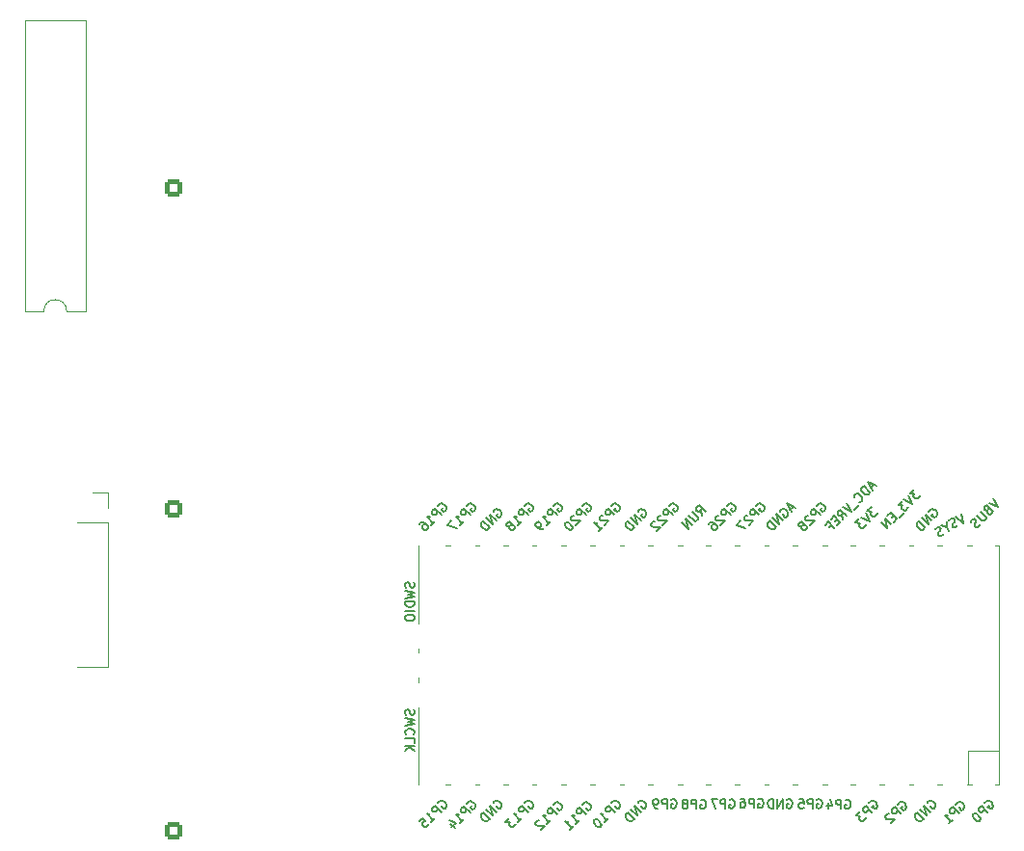
<source format=gbr>
G04 #@! TF.GenerationSoftware,KiCad,Pcbnew,8.0.4*
G04 #@! TF.CreationDate,2024-08-06T18:41:40+09:00*
G04 #@! TF.ProjectId,Fakedeck-garber,46616b65-6465-4636-9b2d-676172626572,rev?*
G04 #@! TF.SameCoordinates,Original*
G04 #@! TF.FileFunction,Legend,Bot*
G04 #@! TF.FilePolarity,Positive*
%FSLAX46Y46*%
G04 Gerber Fmt 4.6, Leading zero omitted, Abs format (unit mm)*
G04 Created by KiCad (PCBNEW 8.0.4) date 2024-08-06 18:41:40*
%MOMM*%
%LPD*%
G01*
G04 APERTURE LIST*
G04 Aperture macros list*
%AMRoundRect*
0 Rectangle with rounded corners*
0 $1 Rounding radius*
0 $2 $3 $4 $5 $6 $7 $8 $9 X,Y pos of 4 corners*
0 Add a 4 corners polygon primitive as box body*
4,1,4,$2,$3,$4,$5,$6,$7,$8,$9,$2,$3,0*
0 Add four circle primitives for the rounded corners*
1,1,$1+$1,$2,$3*
1,1,$1+$1,$4,$5*
1,1,$1+$1,$6,$7*
1,1,$1+$1,$8,$9*
0 Add four rect primitives between the rounded corners*
20,1,$1+$1,$2,$3,$4,$5,0*
20,1,$1+$1,$4,$5,$6,$7,0*
20,1,$1+$1,$6,$7,$8,$9,0*
20,1,$1+$1,$8,$9,$2,$3,0*%
G04 Aperture macros list end*
%ADD10C,0.150000*%
%ADD11C,0.120000*%
%ADD12RoundRect,0.250000X0.550000X-0.550000X0.550000X0.550000X-0.550000X0.550000X-0.550000X-0.550000X0*%
%ADD13C,1.600000*%
%ADD14O,3.000000X4.100000*%
%ADD15C,3.200000*%
%ADD16O,1.700000X3.644000*%
%ADD17O,1.700000X1.700000*%
%ADD18R,1.700000X1.700000*%
%ADD19O,3.644000X1.700000*%
%ADD20R,1.600000X1.600000*%
%ADD21O,1.600000X1.600000*%
%ADD22O,1.800000X1.800000*%
%ADD23O,1.500000X1.500000*%
%ADD24R,1.700000X3.500000*%
%ADD25R,3.500000X1.700000*%
G04 APERTURE END LIST*
D10*
X164315868Y-141292998D02*
X164342805Y-141212185D01*
X164342805Y-141212185D02*
X164423618Y-141131373D01*
X164423618Y-141131373D02*
X164531367Y-141077498D01*
X164531367Y-141077498D02*
X164639117Y-141077498D01*
X164639117Y-141077498D02*
X164719929Y-141104436D01*
X164719929Y-141104436D02*
X164854616Y-141185248D01*
X164854616Y-141185248D02*
X164935428Y-141266060D01*
X164935428Y-141266060D02*
X165016241Y-141400747D01*
X165016241Y-141400747D02*
X165043178Y-141481560D01*
X165043178Y-141481560D02*
X165043178Y-141589309D01*
X165043178Y-141589309D02*
X164989303Y-141697059D01*
X164989303Y-141697059D02*
X164935428Y-141750934D01*
X164935428Y-141750934D02*
X164827679Y-141804808D01*
X164827679Y-141804808D02*
X164773804Y-141804808D01*
X164773804Y-141804808D02*
X164585242Y-141616247D01*
X164585242Y-141616247D02*
X164692992Y-141508497D01*
X164585242Y-142101120D02*
X164019557Y-141535434D01*
X164019557Y-141535434D02*
X163804057Y-141750934D01*
X163804057Y-141750934D02*
X163777120Y-141831746D01*
X163777120Y-141831746D02*
X163777120Y-141885621D01*
X163777120Y-141885621D02*
X163804057Y-141966433D01*
X163804057Y-141966433D02*
X163884870Y-142047245D01*
X163884870Y-142047245D02*
X163965682Y-142074182D01*
X163965682Y-142074182D02*
X164019557Y-142074182D01*
X164019557Y-142074182D02*
X164100369Y-142047245D01*
X164100369Y-142047245D02*
X164315868Y-141831746D01*
X163723245Y-142963117D02*
X164046494Y-142639868D01*
X163884870Y-142801492D02*
X163319184Y-142235807D01*
X163319184Y-142235807D02*
X163453871Y-142262744D01*
X163453871Y-142262744D02*
X163561621Y-142262744D01*
X163561621Y-142262744D02*
X163642433Y-142235807D01*
X162968998Y-142585993D02*
X162618812Y-142936179D01*
X162618812Y-142936179D02*
X163022873Y-142963117D01*
X163022873Y-142963117D02*
X162942060Y-143043929D01*
X162942060Y-143043929D02*
X162915123Y-143124741D01*
X162915123Y-143124741D02*
X162915123Y-143178616D01*
X162915123Y-143178616D02*
X162942060Y-143259428D01*
X162942060Y-143259428D02*
X163076747Y-143394115D01*
X163076747Y-143394115D02*
X163157560Y-143421053D01*
X163157560Y-143421053D02*
X163211434Y-143421053D01*
X163211434Y-143421053D02*
X163292247Y-143394115D01*
X163292247Y-143394115D02*
X163453871Y-143232491D01*
X163453871Y-143232491D02*
X163480808Y-143151679D01*
X163480808Y-143151679D02*
X163480808Y-143097804D01*
X184806428Y-140955390D02*
X184882618Y-140917295D01*
X184882618Y-140917295D02*
X184996904Y-140917295D01*
X184996904Y-140917295D02*
X185111190Y-140955390D01*
X185111190Y-140955390D02*
X185187380Y-141031580D01*
X185187380Y-141031580D02*
X185225475Y-141107771D01*
X185225475Y-141107771D02*
X185263571Y-141260152D01*
X185263571Y-141260152D02*
X185263571Y-141374438D01*
X185263571Y-141374438D02*
X185225475Y-141526819D01*
X185225475Y-141526819D02*
X185187380Y-141603009D01*
X185187380Y-141603009D02*
X185111190Y-141679200D01*
X185111190Y-141679200D02*
X184996904Y-141717295D01*
X184996904Y-141717295D02*
X184920713Y-141717295D01*
X184920713Y-141717295D02*
X184806428Y-141679200D01*
X184806428Y-141679200D02*
X184768332Y-141641104D01*
X184768332Y-141641104D02*
X184768332Y-141374438D01*
X184768332Y-141374438D02*
X184920713Y-141374438D01*
X184425475Y-141717295D02*
X184425475Y-140917295D01*
X184425475Y-140917295D02*
X184120713Y-140917295D01*
X184120713Y-140917295D02*
X184044523Y-140955390D01*
X184044523Y-140955390D02*
X184006428Y-140993485D01*
X184006428Y-140993485D02*
X183968332Y-141069676D01*
X183968332Y-141069676D02*
X183968332Y-141183961D01*
X183968332Y-141183961D02*
X184006428Y-141260152D01*
X184006428Y-141260152D02*
X184044523Y-141298247D01*
X184044523Y-141298247D02*
X184120713Y-141336342D01*
X184120713Y-141336342D02*
X184425475Y-141336342D01*
X183282618Y-140917295D02*
X183434999Y-140917295D01*
X183434999Y-140917295D02*
X183511190Y-140955390D01*
X183511190Y-140955390D02*
X183549285Y-140993485D01*
X183549285Y-140993485D02*
X183625475Y-141107771D01*
X183625475Y-141107771D02*
X183663571Y-141260152D01*
X183663571Y-141260152D02*
X183663571Y-141564914D01*
X183663571Y-141564914D02*
X183625475Y-141641104D01*
X183625475Y-141641104D02*
X183587380Y-141679200D01*
X183587380Y-141679200D02*
X183511190Y-141717295D01*
X183511190Y-141717295D02*
X183358809Y-141717295D01*
X183358809Y-141717295D02*
X183282618Y-141679200D01*
X183282618Y-141679200D02*
X183244523Y-141641104D01*
X183244523Y-141641104D02*
X183206428Y-141564914D01*
X183206428Y-141564914D02*
X183206428Y-141374438D01*
X183206428Y-141374438D02*
X183244523Y-141298247D01*
X183244523Y-141298247D02*
X183282618Y-141260152D01*
X183282618Y-141260152D02*
X183358809Y-141222057D01*
X183358809Y-141222057D02*
X183511190Y-141222057D01*
X183511190Y-141222057D02*
X183587380Y-141260152D01*
X183587380Y-141260152D02*
X183625475Y-141298247D01*
X183625475Y-141298247D02*
X183663571Y-141374438D01*
X194725868Y-115285123D02*
X194375682Y-115635309D01*
X194375682Y-115635309D02*
X194779743Y-115662247D01*
X194779743Y-115662247D02*
X194698931Y-115743059D01*
X194698931Y-115743059D02*
X194671993Y-115823871D01*
X194671993Y-115823871D02*
X194671993Y-115877746D01*
X194671993Y-115877746D02*
X194698931Y-115958558D01*
X194698931Y-115958558D02*
X194833618Y-116093245D01*
X194833618Y-116093245D02*
X194914430Y-116120182D01*
X194914430Y-116120182D02*
X194968305Y-116120182D01*
X194968305Y-116120182D02*
X195049117Y-116093245D01*
X195049117Y-116093245D02*
X195210741Y-115931621D01*
X195210741Y-115931621D02*
X195237679Y-115850808D01*
X195237679Y-115850808D02*
X195237679Y-115796934D01*
X194214057Y-115796934D02*
X194591181Y-116551181D01*
X194591181Y-116551181D02*
X193836934Y-116174057D01*
X193702247Y-116308744D02*
X193352061Y-116658930D01*
X193352061Y-116658930D02*
X193756122Y-116685868D01*
X193756122Y-116685868D02*
X193675309Y-116766680D01*
X193675309Y-116766680D02*
X193648372Y-116847492D01*
X193648372Y-116847492D02*
X193648372Y-116901367D01*
X193648372Y-116901367D02*
X193675309Y-116982179D01*
X193675309Y-116982179D02*
X193809996Y-117116866D01*
X193809996Y-117116866D02*
X193890809Y-117143804D01*
X193890809Y-117143804D02*
X193944683Y-117143804D01*
X193944683Y-117143804D02*
X194025496Y-117116866D01*
X194025496Y-117116866D02*
X194187120Y-116955242D01*
X194187120Y-116955242D02*
X194214057Y-116874430D01*
X194214057Y-116874430D02*
X194214057Y-116820555D01*
X182306428Y-140995390D02*
X182382618Y-140957295D01*
X182382618Y-140957295D02*
X182496904Y-140957295D01*
X182496904Y-140957295D02*
X182611190Y-140995390D01*
X182611190Y-140995390D02*
X182687380Y-141071580D01*
X182687380Y-141071580D02*
X182725475Y-141147771D01*
X182725475Y-141147771D02*
X182763571Y-141300152D01*
X182763571Y-141300152D02*
X182763571Y-141414438D01*
X182763571Y-141414438D02*
X182725475Y-141566819D01*
X182725475Y-141566819D02*
X182687380Y-141643009D01*
X182687380Y-141643009D02*
X182611190Y-141719200D01*
X182611190Y-141719200D02*
X182496904Y-141757295D01*
X182496904Y-141757295D02*
X182420713Y-141757295D01*
X182420713Y-141757295D02*
X182306428Y-141719200D01*
X182306428Y-141719200D02*
X182268332Y-141681104D01*
X182268332Y-141681104D02*
X182268332Y-141414438D01*
X182268332Y-141414438D02*
X182420713Y-141414438D01*
X181925475Y-141757295D02*
X181925475Y-140957295D01*
X181925475Y-140957295D02*
X181620713Y-140957295D01*
X181620713Y-140957295D02*
X181544523Y-140995390D01*
X181544523Y-140995390D02*
X181506428Y-141033485D01*
X181506428Y-141033485D02*
X181468332Y-141109676D01*
X181468332Y-141109676D02*
X181468332Y-141223961D01*
X181468332Y-141223961D02*
X181506428Y-141300152D01*
X181506428Y-141300152D02*
X181544523Y-141338247D01*
X181544523Y-141338247D02*
X181620713Y-141376342D01*
X181620713Y-141376342D02*
X181925475Y-141376342D01*
X181201666Y-140957295D02*
X180668332Y-140957295D01*
X180668332Y-140957295D02*
X181011190Y-141757295D01*
X205442585Y-114548406D02*
X205819709Y-115302653D01*
X205819709Y-115302653D02*
X205065462Y-114925529D01*
X204957712Y-115572027D02*
X204903838Y-115679776D01*
X204903838Y-115679776D02*
X204903838Y-115733651D01*
X204903838Y-115733651D02*
X204930775Y-115814463D01*
X204930775Y-115814463D02*
X205011587Y-115895276D01*
X205011587Y-115895276D02*
X205092399Y-115922213D01*
X205092399Y-115922213D02*
X205146274Y-115922213D01*
X205146274Y-115922213D02*
X205227086Y-115895276D01*
X205227086Y-115895276D02*
X205442586Y-115679776D01*
X205442586Y-115679776D02*
X204876900Y-115114091D01*
X204876900Y-115114091D02*
X204688338Y-115302653D01*
X204688338Y-115302653D02*
X204661401Y-115383465D01*
X204661401Y-115383465D02*
X204661401Y-115437340D01*
X204661401Y-115437340D02*
X204688338Y-115518152D01*
X204688338Y-115518152D02*
X204742213Y-115572027D01*
X204742213Y-115572027D02*
X204823025Y-115598964D01*
X204823025Y-115598964D02*
X204876900Y-115598964D01*
X204876900Y-115598964D02*
X204957712Y-115572027D01*
X204957712Y-115572027D02*
X205146274Y-115383465D01*
X204311215Y-115679776D02*
X204769151Y-116137712D01*
X204769151Y-116137712D02*
X204796088Y-116218524D01*
X204796088Y-116218524D02*
X204796088Y-116272399D01*
X204796088Y-116272399D02*
X204769151Y-116353211D01*
X204769151Y-116353211D02*
X204661401Y-116460961D01*
X204661401Y-116460961D02*
X204580589Y-116487898D01*
X204580589Y-116487898D02*
X204526714Y-116487898D01*
X204526714Y-116487898D02*
X204445902Y-116460961D01*
X204445902Y-116460961D02*
X203987966Y-116003025D01*
X204284277Y-116784210D02*
X204230403Y-116891959D01*
X204230403Y-116891959D02*
X204095716Y-117026646D01*
X204095716Y-117026646D02*
X204014903Y-117053584D01*
X204014903Y-117053584D02*
X203961029Y-117053584D01*
X203961029Y-117053584D02*
X203880216Y-117026646D01*
X203880216Y-117026646D02*
X203826342Y-116972771D01*
X203826342Y-116972771D02*
X203799404Y-116891959D01*
X203799404Y-116891959D02*
X203799404Y-116838084D01*
X203799404Y-116838084D02*
X203826342Y-116757272D01*
X203826342Y-116757272D02*
X203907154Y-116622585D01*
X203907154Y-116622585D02*
X203934091Y-116541773D01*
X203934091Y-116541773D02*
X203934091Y-116487898D01*
X203934091Y-116487898D02*
X203907154Y-116407086D01*
X203907154Y-116407086D02*
X203853279Y-116353211D01*
X203853279Y-116353211D02*
X203772467Y-116326274D01*
X203772467Y-116326274D02*
X203718592Y-116326274D01*
X203718592Y-116326274D02*
X203637780Y-116353211D01*
X203637780Y-116353211D02*
X203503093Y-116487898D01*
X203503093Y-116487898D02*
X203449218Y-116595648D01*
X197066494Y-141408372D02*
X197093431Y-141327560D01*
X197093431Y-141327560D02*
X197174243Y-141246748D01*
X197174243Y-141246748D02*
X197281993Y-141192873D01*
X197281993Y-141192873D02*
X197389742Y-141192873D01*
X197389742Y-141192873D02*
X197470555Y-141219810D01*
X197470555Y-141219810D02*
X197605242Y-141300623D01*
X197605242Y-141300623D02*
X197686054Y-141381435D01*
X197686054Y-141381435D02*
X197766866Y-141516122D01*
X197766866Y-141516122D02*
X197793803Y-141596934D01*
X197793803Y-141596934D02*
X197793803Y-141704684D01*
X197793803Y-141704684D02*
X197739929Y-141812433D01*
X197739929Y-141812433D02*
X197686054Y-141866308D01*
X197686054Y-141866308D02*
X197578304Y-141920183D01*
X197578304Y-141920183D02*
X197524429Y-141920183D01*
X197524429Y-141920183D02*
X197335868Y-141731621D01*
X197335868Y-141731621D02*
X197443617Y-141623871D01*
X197335868Y-142216494D02*
X196770182Y-141650809D01*
X196770182Y-141650809D02*
X196554683Y-141866308D01*
X196554683Y-141866308D02*
X196527746Y-141947120D01*
X196527746Y-141947120D02*
X196527746Y-142000995D01*
X196527746Y-142000995D02*
X196554683Y-142081807D01*
X196554683Y-142081807D02*
X196635495Y-142162619D01*
X196635495Y-142162619D02*
X196716307Y-142189557D01*
X196716307Y-142189557D02*
X196770182Y-142189557D01*
X196770182Y-142189557D02*
X196850994Y-142162619D01*
X196850994Y-142162619D02*
X197066494Y-141947120D01*
X196285309Y-142243432D02*
X196231434Y-142243432D01*
X196231434Y-142243432D02*
X196150622Y-142270369D01*
X196150622Y-142270369D02*
X196015935Y-142405056D01*
X196015935Y-142405056D02*
X195988998Y-142485868D01*
X195988998Y-142485868D02*
X195988998Y-142539743D01*
X195988998Y-142539743D02*
X196015935Y-142620555D01*
X196015935Y-142620555D02*
X196069810Y-142674430D01*
X196069810Y-142674430D02*
X196177559Y-142728305D01*
X196177559Y-142728305D02*
X196824057Y-142728305D01*
X196824057Y-142728305D02*
X196473871Y-143078491D01*
X189969868Y-115184998D02*
X189996805Y-115104185D01*
X189996805Y-115104185D02*
X190077618Y-115023373D01*
X190077618Y-115023373D02*
X190185367Y-114969498D01*
X190185367Y-114969498D02*
X190293117Y-114969498D01*
X190293117Y-114969498D02*
X190373929Y-114996436D01*
X190373929Y-114996436D02*
X190508616Y-115077248D01*
X190508616Y-115077248D02*
X190589428Y-115158060D01*
X190589428Y-115158060D02*
X190670241Y-115292747D01*
X190670241Y-115292747D02*
X190697178Y-115373560D01*
X190697178Y-115373560D02*
X190697178Y-115481309D01*
X190697178Y-115481309D02*
X190643303Y-115589059D01*
X190643303Y-115589059D02*
X190589428Y-115642934D01*
X190589428Y-115642934D02*
X190481679Y-115696808D01*
X190481679Y-115696808D02*
X190427804Y-115696808D01*
X190427804Y-115696808D02*
X190239242Y-115508247D01*
X190239242Y-115508247D02*
X190346992Y-115400497D01*
X190239242Y-115993120D02*
X189673557Y-115427434D01*
X189673557Y-115427434D02*
X189458057Y-115642934D01*
X189458057Y-115642934D02*
X189431120Y-115723746D01*
X189431120Y-115723746D02*
X189431120Y-115777621D01*
X189431120Y-115777621D02*
X189458057Y-115858433D01*
X189458057Y-115858433D02*
X189538870Y-115939245D01*
X189538870Y-115939245D02*
X189619682Y-115966182D01*
X189619682Y-115966182D02*
X189673557Y-115966182D01*
X189673557Y-115966182D02*
X189754369Y-115939245D01*
X189754369Y-115939245D02*
X189969868Y-115723746D01*
X189188683Y-116020057D02*
X189134809Y-116020057D01*
X189134809Y-116020057D02*
X189053996Y-116046995D01*
X189053996Y-116046995D02*
X188919309Y-116181682D01*
X188919309Y-116181682D02*
X188892372Y-116262494D01*
X188892372Y-116262494D02*
X188892372Y-116316369D01*
X188892372Y-116316369D02*
X188919309Y-116397181D01*
X188919309Y-116397181D02*
X188973184Y-116451056D01*
X188973184Y-116451056D02*
X189080934Y-116504930D01*
X189080934Y-116504930D02*
X189727431Y-116504930D01*
X189727431Y-116504930D02*
X189377245Y-116855117D01*
X188730747Y-116855117D02*
X188757685Y-116774305D01*
X188757685Y-116774305D02*
X188757685Y-116720430D01*
X188757685Y-116720430D02*
X188730747Y-116639618D01*
X188730747Y-116639618D02*
X188703810Y-116612680D01*
X188703810Y-116612680D02*
X188622998Y-116585743D01*
X188622998Y-116585743D02*
X188569123Y-116585743D01*
X188569123Y-116585743D02*
X188488311Y-116612680D01*
X188488311Y-116612680D02*
X188380561Y-116720430D01*
X188380561Y-116720430D02*
X188353624Y-116801242D01*
X188353624Y-116801242D02*
X188353624Y-116855117D01*
X188353624Y-116855117D02*
X188380561Y-116935929D01*
X188380561Y-116935929D02*
X188407499Y-116962866D01*
X188407499Y-116962866D02*
X188488311Y-116989804D01*
X188488311Y-116989804D02*
X188542186Y-116989804D01*
X188542186Y-116989804D02*
X188622998Y-116962866D01*
X188622998Y-116962866D02*
X188730747Y-116855117D01*
X188730747Y-116855117D02*
X188811560Y-116828179D01*
X188811560Y-116828179D02*
X188865434Y-116828179D01*
X188865434Y-116828179D02*
X188946247Y-116855117D01*
X188946247Y-116855117D02*
X189053996Y-116962866D01*
X189053996Y-116962866D02*
X189080934Y-117043679D01*
X189080934Y-117043679D02*
X189080934Y-117097553D01*
X189080934Y-117097553D02*
X189053996Y-117178366D01*
X189053996Y-117178366D02*
X188946247Y-117286115D01*
X188946247Y-117286115D02*
X188865434Y-117313053D01*
X188865434Y-117313053D02*
X188811560Y-117313053D01*
X188811560Y-117313053D02*
X188730747Y-117286115D01*
X188730747Y-117286115D02*
X188622998Y-117178366D01*
X188622998Y-117178366D02*
X188596060Y-117097553D01*
X188596060Y-117097553D02*
X188596060Y-117043679D01*
X188596060Y-117043679D02*
X188622998Y-116962866D01*
X194969049Y-113350064D02*
X194699675Y-113619438D01*
X195184549Y-113457813D02*
X194430301Y-113080690D01*
X194430301Y-113080690D02*
X194807425Y-113834937D01*
X194618863Y-114023499D02*
X194053178Y-113457813D01*
X194053178Y-113457813D02*
X193918491Y-113592500D01*
X193918491Y-113592500D02*
X193864616Y-113700250D01*
X193864616Y-113700250D02*
X193864616Y-113807999D01*
X193864616Y-113807999D02*
X193891553Y-113888812D01*
X193891553Y-113888812D02*
X193972366Y-114023499D01*
X193972366Y-114023499D02*
X194053178Y-114104311D01*
X194053178Y-114104311D02*
X194187865Y-114185123D01*
X194187865Y-114185123D02*
X194268677Y-114212060D01*
X194268677Y-114212060D02*
X194376427Y-114212060D01*
X194376427Y-114212060D02*
X194484176Y-114158186D01*
X194484176Y-114158186D02*
X194618863Y-114023499D01*
X193676054Y-114858558D02*
X193729929Y-114858558D01*
X193729929Y-114858558D02*
X193837679Y-114804683D01*
X193837679Y-114804683D02*
X193891553Y-114750808D01*
X193891553Y-114750808D02*
X193945428Y-114643059D01*
X193945428Y-114643059D02*
X193945428Y-114535309D01*
X193945428Y-114535309D02*
X193918491Y-114454497D01*
X193918491Y-114454497D02*
X193837679Y-114319810D01*
X193837679Y-114319810D02*
X193756866Y-114238998D01*
X193756866Y-114238998D02*
X193622179Y-114158186D01*
X193622179Y-114158186D02*
X193541367Y-114131248D01*
X193541367Y-114131248D02*
X193433618Y-114131248D01*
X193433618Y-114131248D02*
X193325868Y-114185123D01*
X193325868Y-114185123D02*
X193271993Y-114238998D01*
X193271993Y-114238998D02*
X193218118Y-114346747D01*
X193218118Y-114346747D02*
X193218118Y-114400622D01*
X193676054Y-115074057D02*
X193245056Y-115505056D01*
X192571621Y-114939370D02*
X192948744Y-115693618D01*
X192948744Y-115693618D02*
X192194497Y-115316494D01*
X192248372Y-116393990D02*
X192167560Y-115936054D01*
X192571621Y-116070741D02*
X192005935Y-115505056D01*
X192005935Y-115505056D02*
X191790436Y-115720555D01*
X191790436Y-115720555D02*
X191763499Y-115801367D01*
X191763499Y-115801367D02*
X191763499Y-115855242D01*
X191763499Y-115855242D02*
X191790436Y-115936054D01*
X191790436Y-115936054D02*
X191871248Y-116016866D01*
X191871248Y-116016866D02*
X191952061Y-116043804D01*
X191952061Y-116043804D02*
X192005935Y-116043804D01*
X192005935Y-116043804D02*
X192086748Y-116016866D01*
X192086748Y-116016866D02*
X192302247Y-115801367D01*
X191709624Y-116340115D02*
X191521062Y-116528677D01*
X191736561Y-116905800D02*
X192005935Y-116636426D01*
X192005935Y-116636426D02*
X191440250Y-116070741D01*
X191440250Y-116070741D02*
X191170876Y-116340115D01*
X191009251Y-117040488D02*
X191197813Y-116851926D01*
X191494125Y-117148237D02*
X190928439Y-116582552D01*
X190928439Y-116582552D02*
X190659065Y-116851926D01*
X174233431Y-115681435D02*
X174260368Y-115600623D01*
X174260368Y-115600623D02*
X174341180Y-115519811D01*
X174341180Y-115519811D02*
X174448930Y-115465936D01*
X174448930Y-115465936D02*
X174556680Y-115465936D01*
X174556680Y-115465936D02*
X174637492Y-115492873D01*
X174637492Y-115492873D02*
X174772179Y-115573685D01*
X174772179Y-115573685D02*
X174852991Y-115654498D01*
X174852991Y-115654498D02*
X174933803Y-115789185D01*
X174933803Y-115789185D02*
X174960741Y-115869997D01*
X174960741Y-115869997D02*
X174960741Y-115977746D01*
X174960741Y-115977746D02*
X174906866Y-116085496D01*
X174906866Y-116085496D02*
X174852991Y-116139371D01*
X174852991Y-116139371D02*
X174745241Y-116193246D01*
X174745241Y-116193246D02*
X174691367Y-116193246D01*
X174691367Y-116193246D02*
X174502805Y-116004684D01*
X174502805Y-116004684D02*
X174610554Y-115896934D01*
X174502805Y-116489557D02*
X173937119Y-115923872D01*
X173937119Y-115923872D02*
X174179556Y-116812806D01*
X174179556Y-116812806D02*
X173613871Y-116247120D01*
X173910182Y-117082180D02*
X173344497Y-116516494D01*
X173344497Y-116516494D02*
X173209810Y-116651181D01*
X173209810Y-116651181D02*
X173155935Y-116758931D01*
X173155935Y-116758931D02*
X173155935Y-116866680D01*
X173155935Y-116866680D02*
X173182872Y-116947493D01*
X173182872Y-116947493D02*
X173263685Y-117082180D01*
X173263685Y-117082180D02*
X173344497Y-117162992D01*
X173344497Y-117162992D02*
X173479184Y-117243804D01*
X173479184Y-117243804D02*
X173559996Y-117270741D01*
X173559996Y-117270741D02*
X173667746Y-117270741D01*
X173667746Y-117270741D02*
X173775495Y-117216867D01*
X173775495Y-117216867D02*
X173910182Y-117082180D01*
X177015868Y-115184998D02*
X177042805Y-115104185D01*
X177042805Y-115104185D02*
X177123618Y-115023373D01*
X177123618Y-115023373D02*
X177231367Y-114969498D01*
X177231367Y-114969498D02*
X177339117Y-114969498D01*
X177339117Y-114969498D02*
X177419929Y-114996436D01*
X177419929Y-114996436D02*
X177554616Y-115077248D01*
X177554616Y-115077248D02*
X177635428Y-115158060D01*
X177635428Y-115158060D02*
X177716241Y-115292747D01*
X177716241Y-115292747D02*
X177743178Y-115373560D01*
X177743178Y-115373560D02*
X177743178Y-115481309D01*
X177743178Y-115481309D02*
X177689303Y-115589059D01*
X177689303Y-115589059D02*
X177635428Y-115642934D01*
X177635428Y-115642934D02*
X177527679Y-115696808D01*
X177527679Y-115696808D02*
X177473804Y-115696808D01*
X177473804Y-115696808D02*
X177285242Y-115508247D01*
X177285242Y-115508247D02*
X177392992Y-115400497D01*
X177285242Y-115993120D02*
X176719557Y-115427434D01*
X176719557Y-115427434D02*
X176504057Y-115642934D01*
X176504057Y-115642934D02*
X176477120Y-115723746D01*
X176477120Y-115723746D02*
X176477120Y-115777621D01*
X176477120Y-115777621D02*
X176504057Y-115858433D01*
X176504057Y-115858433D02*
X176584870Y-115939245D01*
X176584870Y-115939245D02*
X176665682Y-115966182D01*
X176665682Y-115966182D02*
X176719557Y-115966182D01*
X176719557Y-115966182D02*
X176800369Y-115939245D01*
X176800369Y-115939245D02*
X177015868Y-115723746D01*
X176234683Y-116020057D02*
X176180809Y-116020057D01*
X176180809Y-116020057D02*
X176099996Y-116046995D01*
X176099996Y-116046995D02*
X175965309Y-116181682D01*
X175965309Y-116181682D02*
X175938372Y-116262494D01*
X175938372Y-116262494D02*
X175938372Y-116316369D01*
X175938372Y-116316369D02*
X175965309Y-116397181D01*
X175965309Y-116397181D02*
X176019184Y-116451056D01*
X176019184Y-116451056D02*
X176126934Y-116504930D01*
X176126934Y-116504930D02*
X176773431Y-116504930D01*
X176773431Y-116504930D02*
X176423245Y-116855117D01*
X175695935Y-116558805D02*
X175642060Y-116558805D01*
X175642060Y-116558805D02*
X175561248Y-116585743D01*
X175561248Y-116585743D02*
X175426561Y-116720430D01*
X175426561Y-116720430D02*
X175399624Y-116801242D01*
X175399624Y-116801242D02*
X175399624Y-116855117D01*
X175399624Y-116855117D02*
X175426561Y-116935929D01*
X175426561Y-116935929D02*
X175480436Y-116989804D01*
X175480436Y-116989804D02*
X175588186Y-117043679D01*
X175588186Y-117043679D02*
X176234683Y-117043679D01*
X176234683Y-117043679D02*
X175884497Y-117393865D01*
X187876240Y-115238873D02*
X187606866Y-115508247D01*
X188091739Y-115346623D02*
X187337492Y-114969499D01*
X187337492Y-114969499D02*
X187714615Y-115723746D01*
X186690994Y-115669871D02*
X186717932Y-115589059D01*
X186717932Y-115589059D02*
X186798744Y-115508247D01*
X186798744Y-115508247D02*
X186906494Y-115454372D01*
X186906494Y-115454372D02*
X187014243Y-115454372D01*
X187014243Y-115454372D02*
X187095055Y-115481310D01*
X187095055Y-115481310D02*
X187229742Y-115562122D01*
X187229742Y-115562122D02*
X187310555Y-115642934D01*
X187310555Y-115642934D02*
X187391367Y-115777621D01*
X187391367Y-115777621D02*
X187418304Y-115858433D01*
X187418304Y-115858433D02*
X187418304Y-115966183D01*
X187418304Y-115966183D02*
X187364429Y-116073932D01*
X187364429Y-116073932D02*
X187310555Y-116127807D01*
X187310555Y-116127807D02*
X187202805Y-116181682D01*
X187202805Y-116181682D02*
X187148930Y-116181682D01*
X187148930Y-116181682D02*
X186960368Y-115993120D01*
X186960368Y-115993120D02*
X187068118Y-115885371D01*
X186960368Y-116477993D02*
X186394683Y-115912308D01*
X186394683Y-115912308D02*
X186637120Y-116801242D01*
X186637120Y-116801242D02*
X186071434Y-116235557D01*
X186367746Y-117070616D02*
X185802060Y-116504931D01*
X185802060Y-116504931D02*
X185667373Y-116639618D01*
X185667373Y-116639618D02*
X185613498Y-116747367D01*
X185613498Y-116747367D02*
X185613498Y-116855117D01*
X185613498Y-116855117D02*
X185640436Y-116935929D01*
X185640436Y-116935929D02*
X185721248Y-117070616D01*
X185721248Y-117070616D02*
X185802060Y-117151428D01*
X185802060Y-117151428D02*
X185936747Y-117232241D01*
X185936747Y-117232241D02*
X186017560Y-117259178D01*
X186017560Y-117259178D02*
X186125309Y-117259178D01*
X186125309Y-117259178D02*
X186233059Y-117205303D01*
X186233059Y-117205303D02*
X186367746Y-117070616D01*
X169395868Y-115184998D02*
X169422805Y-115104185D01*
X169422805Y-115104185D02*
X169503618Y-115023373D01*
X169503618Y-115023373D02*
X169611367Y-114969498D01*
X169611367Y-114969498D02*
X169719117Y-114969498D01*
X169719117Y-114969498D02*
X169799929Y-114996436D01*
X169799929Y-114996436D02*
X169934616Y-115077248D01*
X169934616Y-115077248D02*
X170015428Y-115158060D01*
X170015428Y-115158060D02*
X170096241Y-115292747D01*
X170096241Y-115292747D02*
X170123178Y-115373560D01*
X170123178Y-115373560D02*
X170123178Y-115481309D01*
X170123178Y-115481309D02*
X170069303Y-115589059D01*
X170069303Y-115589059D02*
X170015428Y-115642934D01*
X170015428Y-115642934D02*
X169907679Y-115696808D01*
X169907679Y-115696808D02*
X169853804Y-115696808D01*
X169853804Y-115696808D02*
X169665242Y-115508247D01*
X169665242Y-115508247D02*
X169772992Y-115400497D01*
X169665242Y-115993120D02*
X169099557Y-115427434D01*
X169099557Y-115427434D02*
X168884057Y-115642934D01*
X168884057Y-115642934D02*
X168857120Y-115723746D01*
X168857120Y-115723746D02*
X168857120Y-115777621D01*
X168857120Y-115777621D02*
X168884057Y-115858433D01*
X168884057Y-115858433D02*
X168964870Y-115939245D01*
X168964870Y-115939245D02*
X169045682Y-115966182D01*
X169045682Y-115966182D02*
X169099557Y-115966182D01*
X169099557Y-115966182D02*
X169180369Y-115939245D01*
X169180369Y-115939245D02*
X169395868Y-115723746D01*
X168614683Y-116020057D02*
X168560809Y-116020057D01*
X168560809Y-116020057D02*
X168479996Y-116046995D01*
X168479996Y-116046995D02*
X168345309Y-116181682D01*
X168345309Y-116181682D02*
X168318372Y-116262494D01*
X168318372Y-116262494D02*
X168318372Y-116316369D01*
X168318372Y-116316369D02*
X168345309Y-116397181D01*
X168345309Y-116397181D02*
X168399184Y-116451056D01*
X168399184Y-116451056D02*
X168506934Y-116504930D01*
X168506934Y-116504930D02*
X169153431Y-116504930D01*
X169153431Y-116504930D02*
X168803245Y-116855117D01*
X167887373Y-116639618D02*
X167833499Y-116693492D01*
X167833499Y-116693492D02*
X167806561Y-116774305D01*
X167806561Y-116774305D02*
X167806561Y-116828179D01*
X167806561Y-116828179D02*
X167833499Y-116908992D01*
X167833499Y-116908992D02*
X167914311Y-117043679D01*
X167914311Y-117043679D02*
X168048998Y-117178366D01*
X168048998Y-117178366D02*
X168183685Y-117259178D01*
X168183685Y-117259178D02*
X168264497Y-117286115D01*
X168264497Y-117286115D02*
X168318372Y-117286115D01*
X168318372Y-117286115D02*
X168399184Y-117259178D01*
X168399184Y-117259178D02*
X168453059Y-117205303D01*
X168453059Y-117205303D02*
X168479996Y-117124491D01*
X168479996Y-117124491D02*
X168479996Y-117070616D01*
X168479996Y-117070616D02*
X168453059Y-116989804D01*
X168453059Y-116989804D02*
X168372247Y-116855117D01*
X168372247Y-116855117D02*
X168237560Y-116720430D01*
X168237560Y-116720430D02*
X168102873Y-116639618D01*
X168102873Y-116639618D02*
X168022060Y-116612680D01*
X168022060Y-116612680D02*
X167968186Y-116612680D01*
X167968186Y-116612680D02*
X167887373Y-116639618D01*
X204686494Y-141308372D02*
X204713431Y-141227560D01*
X204713431Y-141227560D02*
X204794243Y-141146748D01*
X204794243Y-141146748D02*
X204901993Y-141092873D01*
X204901993Y-141092873D02*
X205009742Y-141092873D01*
X205009742Y-141092873D02*
X205090555Y-141119810D01*
X205090555Y-141119810D02*
X205225242Y-141200623D01*
X205225242Y-141200623D02*
X205306054Y-141281435D01*
X205306054Y-141281435D02*
X205386866Y-141416122D01*
X205386866Y-141416122D02*
X205413803Y-141496934D01*
X205413803Y-141496934D02*
X205413803Y-141604684D01*
X205413803Y-141604684D02*
X205359929Y-141712433D01*
X205359929Y-141712433D02*
X205306054Y-141766308D01*
X205306054Y-141766308D02*
X205198304Y-141820183D01*
X205198304Y-141820183D02*
X205144429Y-141820183D01*
X205144429Y-141820183D02*
X204955868Y-141631621D01*
X204955868Y-141631621D02*
X205063617Y-141523871D01*
X204955868Y-142116494D02*
X204390182Y-141550809D01*
X204390182Y-141550809D02*
X204174683Y-141766308D01*
X204174683Y-141766308D02*
X204147746Y-141847120D01*
X204147746Y-141847120D02*
X204147746Y-141900995D01*
X204147746Y-141900995D02*
X204174683Y-141981807D01*
X204174683Y-141981807D02*
X204255495Y-142062619D01*
X204255495Y-142062619D02*
X204336307Y-142089557D01*
X204336307Y-142089557D02*
X204390182Y-142089557D01*
X204390182Y-142089557D02*
X204470994Y-142062619D01*
X204470994Y-142062619D02*
X204686494Y-141847120D01*
X203716747Y-142224244D02*
X203662872Y-142278119D01*
X203662872Y-142278119D02*
X203635935Y-142358931D01*
X203635935Y-142358931D02*
X203635935Y-142412806D01*
X203635935Y-142412806D02*
X203662872Y-142493618D01*
X203662872Y-142493618D02*
X203743685Y-142628305D01*
X203743685Y-142628305D02*
X203878372Y-142762992D01*
X203878372Y-142762992D02*
X204013059Y-142843804D01*
X204013059Y-142843804D02*
X204093871Y-142870741D01*
X204093871Y-142870741D02*
X204147746Y-142870741D01*
X204147746Y-142870741D02*
X204228558Y-142843804D01*
X204228558Y-142843804D02*
X204282433Y-142789929D01*
X204282433Y-142789929D02*
X204309370Y-142709117D01*
X204309370Y-142709117D02*
X204309370Y-142655242D01*
X204309370Y-142655242D02*
X204282433Y-142574430D01*
X204282433Y-142574430D02*
X204201620Y-142439743D01*
X204201620Y-142439743D02*
X204066933Y-142305056D01*
X204066933Y-142305056D02*
X203932246Y-142224244D01*
X203932246Y-142224244D02*
X203851434Y-142197306D01*
X203851434Y-142197306D02*
X203797559Y-142197306D01*
X203797559Y-142197306D02*
X203716747Y-142224244D01*
X182095868Y-115184998D02*
X182122805Y-115104185D01*
X182122805Y-115104185D02*
X182203618Y-115023373D01*
X182203618Y-115023373D02*
X182311367Y-114969498D01*
X182311367Y-114969498D02*
X182419117Y-114969498D01*
X182419117Y-114969498D02*
X182499929Y-114996436D01*
X182499929Y-114996436D02*
X182634616Y-115077248D01*
X182634616Y-115077248D02*
X182715428Y-115158060D01*
X182715428Y-115158060D02*
X182796241Y-115292747D01*
X182796241Y-115292747D02*
X182823178Y-115373560D01*
X182823178Y-115373560D02*
X182823178Y-115481309D01*
X182823178Y-115481309D02*
X182769303Y-115589059D01*
X182769303Y-115589059D02*
X182715428Y-115642934D01*
X182715428Y-115642934D02*
X182607679Y-115696808D01*
X182607679Y-115696808D02*
X182553804Y-115696808D01*
X182553804Y-115696808D02*
X182365242Y-115508247D01*
X182365242Y-115508247D02*
X182472992Y-115400497D01*
X182365242Y-115993120D02*
X181799557Y-115427434D01*
X181799557Y-115427434D02*
X181584057Y-115642934D01*
X181584057Y-115642934D02*
X181557120Y-115723746D01*
X181557120Y-115723746D02*
X181557120Y-115777621D01*
X181557120Y-115777621D02*
X181584057Y-115858433D01*
X181584057Y-115858433D02*
X181664870Y-115939245D01*
X181664870Y-115939245D02*
X181745682Y-115966182D01*
X181745682Y-115966182D02*
X181799557Y-115966182D01*
X181799557Y-115966182D02*
X181880369Y-115939245D01*
X181880369Y-115939245D02*
X182095868Y-115723746D01*
X181314683Y-116020057D02*
X181260809Y-116020057D01*
X181260809Y-116020057D02*
X181179996Y-116046995D01*
X181179996Y-116046995D02*
X181045309Y-116181682D01*
X181045309Y-116181682D02*
X181018372Y-116262494D01*
X181018372Y-116262494D02*
X181018372Y-116316369D01*
X181018372Y-116316369D02*
X181045309Y-116397181D01*
X181045309Y-116397181D02*
X181099184Y-116451056D01*
X181099184Y-116451056D02*
X181206934Y-116504930D01*
X181206934Y-116504930D02*
X181853431Y-116504930D01*
X181853431Y-116504930D02*
X181503245Y-116855117D01*
X180452686Y-116774305D02*
X180560436Y-116666555D01*
X180560436Y-116666555D02*
X180641248Y-116639618D01*
X180641248Y-116639618D02*
X180695123Y-116639618D01*
X180695123Y-116639618D02*
X180829810Y-116666555D01*
X180829810Y-116666555D02*
X180964497Y-116747367D01*
X180964497Y-116747367D02*
X181179996Y-116962866D01*
X181179996Y-116962866D02*
X181206934Y-117043679D01*
X181206934Y-117043679D02*
X181206934Y-117097553D01*
X181206934Y-117097553D02*
X181179996Y-117178366D01*
X181179996Y-117178366D02*
X181072247Y-117286115D01*
X181072247Y-117286115D02*
X180991434Y-117313053D01*
X180991434Y-117313053D02*
X180937560Y-117313053D01*
X180937560Y-117313053D02*
X180856747Y-117286115D01*
X180856747Y-117286115D02*
X180722060Y-117151428D01*
X180722060Y-117151428D02*
X180695123Y-117070616D01*
X180695123Y-117070616D02*
X180695123Y-117016741D01*
X180695123Y-117016741D02*
X180722060Y-116935929D01*
X180722060Y-116935929D02*
X180829810Y-116828179D01*
X180829810Y-116828179D02*
X180910622Y-116801242D01*
X180910622Y-116801242D02*
X180964497Y-116801242D01*
X180964497Y-116801242D02*
X181045309Y-116828179D01*
X164315868Y-115184998D02*
X164342805Y-115104185D01*
X164342805Y-115104185D02*
X164423618Y-115023373D01*
X164423618Y-115023373D02*
X164531367Y-114969498D01*
X164531367Y-114969498D02*
X164639117Y-114969498D01*
X164639117Y-114969498D02*
X164719929Y-114996436D01*
X164719929Y-114996436D02*
X164854616Y-115077248D01*
X164854616Y-115077248D02*
X164935428Y-115158060D01*
X164935428Y-115158060D02*
X165016241Y-115292747D01*
X165016241Y-115292747D02*
X165043178Y-115373560D01*
X165043178Y-115373560D02*
X165043178Y-115481309D01*
X165043178Y-115481309D02*
X164989303Y-115589059D01*
X164989303Y-115589059D02*
X164935428Y-115642934D01*
X164935428Y-115642934D02*
X164827679Y-115696808D01*
X164827679Y-115696808D02*
X164773804Y-115696808D01*
X164773804Y-115696808D02*
X164585242Y-115508247D01*
X164585242Y-115508247D02*
X164692992Y-115400497D01*
X164585242Y-115993120D02*
X164019557Y-115427434D01*
X164019557Y-115427434D02*
X163804057Y-115642934D01*
X163804057Y-115642934D02*
X163777120Y-115723746D01*
X163777120Y-115723746D02*
X163777120Y-115777621D01*
X163777120Y-115777621D02*
X163804057Y-115858433D01*
X163804057Y-115858433D02*
X163884870Y-115939245D01*
X163884870Y-115939245D02*
X163965682Y-115966182D01*
X163965682Y-115966182D02*
X164019557Y-115966182D01*
X164019557Y-115966182D02*
X164100369Y-115939245D01*
X164100369Y-115939245D02*
X164315868Y-115723746D01*
X163723245Y-116855117D02*
X164046494Y-116531868D01*
X163884870Y-116693492D02*
X163319184Y-116127807D01*
X163319184Y-116127807D02*
X163453871Y-116154744D01*
X163453871Y-116154744D02*
X163561621Y-116154744D01*
X163561621Y-116154744D02*
X163642433Y-116127807D01*
X163076747Y-116855117D02*
X163103685Y-116774305D01*
X163103685Y-116774305D02*
X163103685Y-116720430D01*
X163103685Y-116720430D02*
X163076747Y-116639618D01*
X163076747Y-116639618D02*
X163049810Y-116612680D01*
X163049810Y-116612680D02*
X162968998Y-116585743D01*
X162968998Y-116585743D02*
X162915123Y-116585743D01*
X162915123Y-116585743D02*
X162834311Y-116612680D01*
X162834311Y-116612680D02*
X162726561Y-116720430D01*
X162726561Y-116720430D02*
X162699624Y-116801242D01*
X162699624Y-116801242D02*
X162699624Y-116855117D01*
X162699624Y-116855117D02*
X162726561Y-116935929D01*
X162726561Y-116935929D02*
X162753499Y-116962866D01*
X162753499Y-116962866D02*
X162834311Y-116989804D01*
X162834311Y-116989804D02*
X162888186Y-116989804D01*
X162888186Y-116989804D02*
X162968998Y-116962866D01*
X162968998Y-116962866D02*
X163076747Y-116855117D01*
X163076747Y-116855117D02*
X163157560Y-116828179D01*
X163157560Y-116828179D02*
X163211434Y-116828179D01*
X163211434Y-116828179D02*
X163292247Y-116855117D01*
X163292247Y-116855117D02*
X163399996Y-116962866D01*
X163399996Y-116962866D02*
X163426934Y-117043679D01*
X163426934Y-117043679D02*
X163426934Y-117097553D01*
X163426934Y-117097553D02*
X163399996Y-117178366D01*
X163399996Y-117178366D02*
X163292247Y-117286115D01*
X163292247Y-117286115D02*
X163211434Y-117313053D01*
X163211434Y-117313053D02*
X163157560Y-117313053D01*
X163157560Y-117313053D02*
X163076747Y-117286115D01*
X163076747Y-117286115D02*
X162968998Y-117178366D01*
X162968998Y-117178366D02*
X162942060Y-117097553D01*
X162942060Y-117097553D02*
X162942060Y-117043679D01*
X162942060Y-117043679D02*
X162968998Y-116962866D01*
X189956428Y-140975390D02*
X190032618Y-140937295D01*
X190032618Y-140937295D02*
X190146904Y-140937295D01*
X190146904Y-140937295D02*
X190261190Y-140975390D01*
X190261190Y-140975390D02*
X190337380Y-141051580D01*
X190337380Y-141051580D02*
X190375475Y-141127771D01*
X190375475Y-141127771D02*
X190413571Y-141280152D01*
X190413571Y-141280152D02*
X190413571Y-141394438D01*
X190413571Y-141394438D02*
X190375475Y-141546819D01*
X190375475Y-141546819D02*
X190337380Y-141623009D01*
X190337380Y-141623009D02*
X190261190Y-141699200D01*
X190261190Y-141699200D02*
X190146904Y-141737295D01*
X190146904Y-141737295D02*
X190070713Y-141737295D01*
X190070713Y-141737295D02*
X189956428Y-141699200D01*
X189956428Y-141699200D02*
X189918332Y-141661104D01*
X189918332Y-141661104D02*
X189918332Y-141394438D01*
X189918332Y-141394438D02*
X190070713Y-141394438D01*
X189575475Y-141737295D02*
X189575475Y-140937295D01*
X189575475Y-140937295D02*
X189270713Y-140937295D01*
X189270713Y-140937295D02*
X189194523Y-140975390D01*
X189194523Y-140975390D02*
X189156428Y-141013485D01*
X189156428Y-141013485D02*
X189118332Y-141089676D01*
X189118332Y-141089676D02*
X189118332Y-141203961D01*
X189118332Y-141203961D02*
X189156428Y-141280152D01*
X189156428Y-141280152D02*
X189194523Y-141318247D01*
X189194523Y-141318247D02*
X189270713Y-141356342D01*
X189270713Y-141356342D02*
X189575475Y-141356342D01*
X188394523Y-140937295D02*
X188775475Y-140937295D01*
X188775475Y-140937295D02*
X188813571Y-141318247D01*
X188813571Y-141318247D02*
X188775475Y-141280152D01*
X188775475Y-141280152D02*
X188699285Y-141242057D01*
X188699285Y-141242057D02*
X188508809Y-141242057D01*
X188508809Y-141242057D02*
X188432618Y-141280152D01*
X188432618Y-141280152D02*
X188394523Y-141318247D01*
X188394523Y-141318247D02*
X188356428Y-141394438D01*
X188356428Y-141394438D02*
X188356428Y-141584914D01*
X188356428Y-141584914D02*
X188394523Y-141661104D01*
X188394523Y-141661104D02*
X188432618Y-141699200D01*
X188432618Y-141699200D02*
X188508809Y-141737295D01*
X188508809Y-141737295D02*
X188699285Y-141737295D01*
X188699285Y-141737295D02*
X188775475Y-141699200D01*
X188775475Y-141699200D02*
X188813571Y-141661104D01*
X156695868Y-115184998D02*
X156722805Y-115104185D01*
X156722805Y-115104185D02*
X156803618Y-115023373D01*
X156803618Y-115023373D02*
X156911367Y-114969498D01*
X156911367Y-114969498D02*
X157019117Y-114969498D01*
X157019117Y-114969498D02*
X157099929Y-114996436D01*
X157099929Y-114996436D02*
X157234616Y-115077248D01*
X157234616Y-115077248D02*
X157315428Y-115158060D01*
X157315428Y-115158060D02*
X157396241Y-115292747D01*
X157396241Y-115292747D02*
X157423178Y-115373560D01*
X157423178Y-115373560D02*
X157423178Y-115481309D01*
X157423178Y-115481309D02*
X157369303Y-115589059D01*
X157369303Y-115589059D02*
X157315428Y-115642934D01*
X157315428Y-115642934D02*
X157207679Y-115696808D01*
X157207679Y-115696808D02*
X157153804Y-115696808D01*
X157153804Y-115696808D02*
X156965242Y-115508247D01*
X156965242Y-115508247D02*
X157072992Y-115400497D01*
X156965242Y-115993120D02*
X156399557Y-115427434D01*
X156399557Y-115427434D02*
X156184057Y-115642934D01*
X156184057Y-115642934D02*
X156157120Y-115723746D01*
X156157120Y-115723746D02*
X156157120Y-115777621D01*
X156157120Y-115777621D02*
X156184057Y-115858433D01*
X156184057Y-115858433D02*
X156264870Y-115939245D01*
X156264870Y-115939245D02*
X156345682Y-115966182D01*
X156345682Y-115966182D02*
X156399557Y-115966182D01*
X156399557Y-115966182D02*
X156480369Y-115939245D01*
X156480369Y-115939245D02*
X156695868Y-115723746D01*
X156103245Y-116855117D02*
X156426494Y-116531868D01*
X156264870Y-116693492D02*
X155699184Y-116127807D01*
X155699184Y-116127807D02*
X155833871Y-116154744D01*
X155833871Y-116154744D02*
X155941621Y-116154744D01*
X155941621Y-116154744D02*
X156022433Y-116127807D01*
X155052686Y-116774305D02*
X155160436Y-116666555D01*
X155160436Y-116666555D02*
X155241248Y-116639618D01*
X155241248Y-116639618D02*
X155295123Y-116639618D01*
X155295123Y-116639618D02*
X155429810Y-116666555D01*
X155429810Y-116666555D02*
X155564497Y-116747367D01*
X155564497Y-116747367D02*
X155779996Y-116962866D01*
X155779996Y-116962866D02*
X155806934Y-117043679D01*
X155806934Y-117043679D02*
X155806934Y-117097553D01*
X155806934Y-117097553D02*
X155779996Y-117178366D01*
X155779996Y-117178366D02*
X155672247Y-117286115D01*
X155672247Y-117286115D02*
X155591434Y-117313053D01*
X155591434Y-117313053D02*
X155537560Y-117313053D01*
X155537560Y-117313053D02*
X155456747Y-117286115D01*
X155456747Y-117286115D02*
X155322060Y-117151428D01*
X155322060Y-117151428D02*
X155295123Y-117070616D01*
X155295123Y-117070616D02*
X155295123Y-117016741D01*
X155295123Y-117016741D02*
X155322060Y-116935929D01*
X155322060Y-116935929D02*
X155429810Y-116828179D01*
X155429810Y-116828179D02*
X155510622Y-116801242D01*
X155510622Y-116801242D02*
X155564497Y-116801242D01*
X155564497Y-116801242D02*
X155645309Y-116828179D01*
X198473584Y-113717407D02*
X198123398Y-114067593D01*
X198123398Y-114067593D02*
X198527459Y-114094531D01*
X198527459Y-114094531D02*
X198446646Y-114175343D01*
X198446646Y-114175343D02*
X198419709Y-114256155D01*
X198419709Y-114256155D02*
X198419709Y-114310030D01*
X198419709Y-114310030D02*
X198446646Y-114390842D01*
X198446646Y-114390842D02*
X198581333Y-114525529D01*
X198581333Y-114525529D02*
X198662146Y-114552467D01*
X198662146Y-114552467D02*
X198716020Y-114552467D01*
X198716020Y-114552467D02*
X198796833Y-114525529D01*
X198796833Y-114525529D02*
X198958457Y-114363905D01*
X198958457Y-114363905D02*
X198985394Y-114283093D01*
X198985394Y-114283093D02*
X198985394Y-114229218D01*
X197961773Y-114229218D02*
X198338897Y-114983465D01*
X198338897Y-114983465D02*
X197584649Y-114606342D01*
X197449963Y-114741028D02*
X197099776Y-115091215D01*
X197099776Y-115091215D02*
X197503837Y-115118152D01*
X197503837Y-115118152D02*
X197423025Y-115198964D01*
X197423025Y-115198964D02*
X197396088Y-115279776D01*
X197396088Y-115279776D02*
X197396088Y-115333651D01*
X197396088Y-115333651D02*
X197423025Y-115414464D01*
X197423025Y-115414464D02*
X197557712Y-115549151D01*
X197557712Y-115549151D02*
X197638524Y-115576088D01*
X197638524Y-115576088D02*
X197692399Y-115576088D01*
X197692399Y-115576088D02*
X197773211Y-115549151D01*
X197773211Y-115549151D02*
X197934836Y-115387526D01*
X197934836Y-115387526D02*
X197961773Y-115306714D01*
X197961773Y-115306714D02*
X197961773Y-115252839D01*
X197611587Y-115818525D02*
X197180588Y-116249523D01*
X196695715Y-116034024D02*
X196507153Y-116222586D01*
X196722652Y-116599709D02*
X196992026Y-116330335D01*
X196992026Y-116330335D02*
X196426341Y-115764650D01*
X196426341Y-115764650D02*
X196156967Y-116034024D01*
X196480215Y-116842146D02*
X195914530Y-116276461D01*
X195914530Y-116276461D02*
X196156967Y-117165395D01*
X196156967Y-117165395D02*
X195591281Y-116599710D01*
X199633431Y-141281435D02*
X199660368Y-141200623D01*
X199660368Y-141200623D02*
X199741180Y-141119811D01*
X199741180Y-141119811D02*
X199848930Y-141065936D01*
X199848930Y-141065936D02*
X199956680Y-141065936D01*
X199956680Y-141065936D02*
X200037492Y-141092873D01*
X200037492Y-141092873D02*
X200172179Y-141173685D01*
X200172179Y-141173685D02*
X200252991Y-141254498D01*
X200252991Y-141254498D02*
X200333803Y-141389185D01*
X200333803Y-141389185D02*
X200360741Y-141469997D01*
X200360741Y-141469997D02*
X200360741Y-141577746D01*
X200360741Y-141577746D02*
X200306866Y-141685496D01*
X200306866Y-141685496D02*
X200252991Y-141739371D01*
X200252991Y-141739371D02*
X200145241Y-141793246D01*
X200145241Y-141793246D02*
X200091367Y-141793246D01*
X200091367Y-141793246D02*
X199902805Y-141604684D01*
X199902805Y-141604684D02*
X200010554Y-141496934D01*
X199902805Y-142089557D02*
X199337119Y-141523872D01*
X199337119Y-141523872D02*
X199579556Y-142412806D01*
X199579556Y-142412806D02*
X199013871Y-141847120D01*
X199310182Y-142682180D02*
X198744497Y-142116494D01*
X198744497Y-142116494D02*
X198609810Y-142251181D01*
X198609810Y-142251181D02*
X198555935Y-142358931D01*
X198555935Y-142358931D02*
X198555935Y-142466680D01*
X198555935Y-142466680D02*
X198582872Y-142547493D01*
X198582872Y-142547493D02*
X198663685Y-142682180D01*
X198663685Y-142682180D02*
X198744497Y-142762992D01*
X198744497Y-142762992D02*
X198879184Y-142843804D01*
X198879184Y-142843804D02*
X198959996Y-142870741D01*
X198959996Y-142870741D02*
X199067746Y-142870741D01*
X199067746Y-142870741D02*
X199175495Y-142816867D01*
X199175495Y-142816867D02*
X199310182Y-142682180D01*
X161533431Y-141281435D02*
X161560368Y-141200623D01*
X161560368Y-141200623D02*
X161641180Y-141119811D01*
X161641180Y-141119811D02*
X161748930Y-141065936D01*
X161748930Y-141065936D02*
X161856680Y-141065936D01*
X161856680Y-141065936D02*
X161937492Y-141092873D01*
X161937492Y-141092873D02*
X162072179Y-141173685D01*
X162072179Y-141173685D02*
X162152991Y-141254498D01*
X162152991Y-141254498D02*
X162233803Y-141389185D01*
X162233803Y-141389185D02*
X162260741Y-141469997D01*
X162260741Y-141469997D02*
X162260741Y-141577746D01*
X162260741Y-141577746D02*
X162206866Y-141685496D01*
X162206866Y-141685496D02*
X162152991Y-141739371D01*
X162152991Y-141739371D02*
X162045241Y-141793246D01*
X162045241Y-141793246D02*
X161991367Y-141793246D01*
X161991367Y-141793246D02*
X161802805Y-141604684D01*
X161802805Y-141604684D02*
X161910554Y-141496934D01*
X161802805Y-142089557D02*
X161237119Y-141523872D01*
X161237119Y-141523872D02*
X161479556Y-142412806D01*
X161479556Y-142412806D02*
X160913871Y-141847120D01*
X161210182Y-142682180D02*
X160644497Y-142116494D01*
X160644497Y-142116494D02*
X160509810Y-142251181D01*
X160509810Y-142251181D02*
X160455935Y-142358931D01*
X160455935Y-142358931D02*
X160455935Y-142466680D01*
X160455935Y-142466680D02*
X160482872Y-142547493D01*
X160482872Y-142547493D02*
X160563685Y-142682180D01*
X160563685Y-142682180D02*
X160644497Y-142762992D01*
X160644497Y-142762992D02*
X160779184Y-142843804D01*
X160779184Y-142843804D02*
X160859996Y-142870741D01*
X160859996Y-142870741D02*
X160967746Y-142870741D01*
X160967746Y-142870741D02*
X161075495Y-142816867D01*
X161075495Y-142816867D02*
X161210182Y-142682180D01*
X159235868Y-141338998D02*
X159262805Y-141258185D01*
X159262805Y-141258185D02*
X159343618Y-141177373D01*
X159343618Y-141177373D02*
X159451367Y-141123498D01*
X159451367Y-141123498D02*
X159559117Y-141123498D01*
X159559117Y-141123498D02*
X159639929Y-141150436D01*
X159639929Y-141150436D02*
X159774616Y-141231248D01*
X159774616Y-141231248D02*
X159855428Y-141312060D01*
X159855428Y-141312060D02*
X159936241Y-141446747D01*
X159936241Y-141446747D02*
X159963178Y-141527560D01*
X159963178Y-141527560D02*
X159963178Y-141635309D01*
X159963178Y-141635309D02*
X159909303Y-141743059D01*
X159909303Y-141743059D02*
X159855428Y-141796934D01*
X159855428Y-141796934D02*
X159747679Y-141850808D01*
X159747679Y-141850808D02*
X159693804Y-141850808D01*
X159693804Y-141850808D02*
X159505242Y-141662247D01*
X159505242Y-141662247D02*
X159612992Y-141554497D01*
X159505242Y-142147120D02*
X158939557Y-141581434D01*
X158939557Y-141581434D02*
X158724057Y-141796934D01*
X158724057Y-141796934D02*
X158697120Y-141877746D01*
X158697120Y-141877746D02*
X158697120Y-141931621D01*
X158697120Y-141931621D02*
X158724057Y-142012433D01*
X158724057Y-142012433D02*
X158804870Y-142093245D01*
X158804870Y-142093245D02*
X158885682Y-142120182D01*
X158885682Y-142120182D02*
X158939557Y-142120182D01*
X158939557Y-142120182D02*
X159020369Y-142093245D01*
X159020369Y-142093245D02*
X159235868Y-141877746D01*
X158643245Y-143009117D02*
X158966494Y-142685868D01*
X158804870Y-142847492D02*
X158239184Y-142281807D01*
X158239184Y-142281807D02*
X158373871Y-142308744D01*
X158373871Y-142308744D02*
X158481621Y-142308744D01*
X158481621Y-142308744D02*
X158562433Y-142281807D01*
X157781248Y-143116866D02*
X158158372Y-143493990D01*
X157700436Y-142766680D02*
X158239184Y-143036054D01*
X158239184Y-143036054D02*
X157888998Y-143386240D01*
X166855868Y-115184998D02*
X166882805Y-115104185D01*
X166882805Y-115104185D02*
X166963618Y-115023373D01*
X166963618Y-115023373D02*
X167071367Y-114969498D01*
X167071367Y-114969498D02*
X167179117Y-114969498D01*
X167179117Y-114969498D02*
X167259929Y-114996436D01*
X167259929Y-114996436D02*
X167394616Y-115077248D01*
X167394616Y-115077248D02*
X167475428Y-115158060D01*
X167475428Y-115158060D02*
X167556241Y-115292747D01*
X167556241Y-115292747D02*
X167583178Y-115373560D01*
X167583178Y-115373560D02*
X167583178Y-115481309D01*
X167583178Y-115481309D02*
X167529303Y-115589059D01*
X167529303Y-115589059D02*
X167475428Y-115642934D01*
X167475428Y-115642934D02*
X167367679Y-115696808D01*
X167367679Y-115696808D02*
X167313804Y-115696808D01*
X167313804Y-115696808D02*
X167125242Y-115508247D01*
X167125242Y-115508247D02*
X167232992Y-115400497D01*
X167125242Y-115993120D02*
X166559557Y-115427434D01*
X166559557Y-115427434D02*
X166344057Y-115642934D01*
X166344057Y-115642934D02*
X166317120Y-115723746D01*
X166317120Y-115723746D02*
X166317120Y-115777621D01*
X166317120Y-115777621D02*
X166344057Y-115858433D01*
X166344057Y-115858433D02*
X166424870Y-115939245D01*
X166424870Y-115939245D02*
X166505682Y-115966182D01*
X166505682Y-115966182D02*
X166559557Y-115966182D01*
X166559557Y-115966182D02*
X166640369Y-115939245D01*
X166640369Y-115939245D02*
X166855868Y-115723746D01*
X166263245Y-116855117D02*
X166586494Y-116531868D01*
X166424870Y-116693492D02*
X165859184Y-116127807D01*
X165859184Y-116127807D02*
X165993871Y-116154744D01*
X165993871Y-116154744D02*
X166101621Y-116154744D01*
X166101621Y-116154744D02*
X166182433Y-116127807D01*
X165993871Y-117124491D02*
X165886121Y-117232240D01*
X165886121Y-117232240D02*
X165805309Y-117259178D01*
X165805309Y-117259178D02*
X165751434Y-117259178D01*
X165751434Y-117259178D02*
X165616747Y-117232240D01*
X165616747Y-117232240D02*
X165482060Y-117151428D01*
X165482060Y-117151428D02*
X165266561Y-116935929D01*
X165266561Y-116935929D02*
X165239624Y-116855117D01*
X165239624Y-116855117D02*
X165239624Y-116801242D01*
X165239624Y-116801242D02*
X165266561Y-116720430D01*
X165266561Y-116720430D02*
X165374311Y-116612680D01*
X165374311Y-116612680D02*
X165455123Y-116585743D01*
X165455123Y-116585743D02*
X165508998Y-116585743D01*
X165508998Y-116585743D02*
X165589810Y-116612680D01*
X165589810Y-116612680D02*
X165724497Y-116747367D01*
X165724497Y-116747367D02*
X165751434Y-116828179D01*
X165751434Y-116828179D02*
X165751434Y-116882054D01*
X165751434Y-116882054D02*
X165724497Y-116962866D01*
X165724497Y-116962866D02*
X165616747Y-117070616D01*
X165616747Y-117070616D02*
X165535935Y-117097553D01*
X165535935Y-117097553D02*
X165482060Y-117097553D01*
X165482060Y-117097553D02*
X165401248Y-117070616D01*
X179838710Y-116033651D02*
X179757898Y-115575716D01*
X180161959Y-115710403D02*
X179596274Y-115144717D01*
X179596274Y-115144717D02*
X179380775Y-115360216D01*
X179380775Y-115360216D02*
X179353837Y-115441029D01*
X179353837Y-115441029D02*
X179353837Y-115494903D01*
X179353837Y-115494903D02*
X179380775Y-115575716D01*
X179380775Y-115575716D02*
X179461587Y-115656528D01*
X179461587Y-115656528D02*
X179542399Y-115683465D01*
X179542399Y-115683465D02*
X179596274Y-115683465D01*
X179596274Y-115683465D02*
X179677086Y-115656528D01*
X179677086Y-115656528D02*
X179892585Y-115441029D01*
X179030588Y-115710403D02*
X179488524Y-116168338D01*
X179488524Y-116168338D02*
X179515462Y-116249151D01*
X179515462Y-116249151D02*
X179515462Y-116303025D01*
X179515462Y-116303025D02*
X179488524Y-116383838D01*
X179488524Y-116383838D02*
X179380775Y-116491587D01*
X179380775Y-116491587D02*
X179299962Y-116518525D01*
X179299962Y-116518525D02*
X179246088Y-116518525D01*
X179246088Y-116518525D02*
X179165275Y-116491587D01*
X179165275Y-116491587D02*
X178707340Y-116033651D01*
X179003651Y-116868711D02*
X178437966Y-116303025D01*
X178437966Y-116303025D02*
X178680402Y-117191959D01*
X178680402Y-117191959D02*
X178114717Y-116626274D01*
X194526494Y-141308372D02*
X194553431Y-141227560D01*
X194553431Y-141227560D02*
X194634243Y-141146748D01*
X194634243Y-141146748D02*
X194741993Y-141092873D01*
X194741993Y-141092873D02*
X194849742Y-141092873D01*
X194849742Y-141092873D02*
X194930555Y-141119810D01*
X194930555Y-141119810D02*
X195065242Y-141200623D01*
X195065242Y-141200623D02*
X195146054Y-141281435D01*
X195146054Y-141281435D02*
X195226866Y-141416122D01*
X195226866Y-141416122D02*
X195253803Y-141496934D01*
X195253803Y-141496934D02*
X195253803Y-141604684D01*
X195253803Y-141604684D02*
X195199929Y-141712433D01*
X195199929Y-141712433D02*
X195146054Y-141766308D01*
X195146054Y-141766308D02*
X195038304Y-141820183D01*
X195038304Y-141820183D02*
X194984429Y-141820183D01*
X194984429Y-141820183D02*
X194795868Y-141631621D01*
X194795868Y-141631621D02*
X194903617Y-141523871D01*
X194795868Y-142116494D02*
X194230182Y-141550809D01*
X194230182Y-141550809D02*
X194014683Y-141766308D01*
X194014683Y-141766308D02*
X193987746Y-141847120D01*
X193987746Y-141847120D02*
X193987746Y-141900995D01*
X193987746Y-141900995D02*
X194014683Y-141981807D01*
X194014683Y-141981807D02*
X194095495Y-142062619D01*
X194095495Y-142062619D02*
X194176307Y-142089557D01*
X194176307Y-142089557D02*
X194230182Y-142089557D01*
X194230182Y-142089557D02*
X194310994Y-142062619D01*
X194310994Y-142062619D02*
X194526494Y-141847120D01*
X193718372Y-142062619D02*
X193368185Y-142412806D01*
X193368185Y-142412806D02*
X193772246Y-142439743D01*
X193772246Y-142439743D02*
X193691434Y-142520555D01*
X193691434Y-142520555D02*
X193664497Y-142601367D01*
X193664497Y-142601367D02*
X193664497Y-142655242D01*
X193664497Y-142655242D02*
X193691434Y-142736054D01*
X193691434Y-142736054D02*
X193826121Y-142870741D01*
X193826121Y-142870741D02*
X193906933Y-142897679D01*
X193906933Y-142897679D02*
X193960808Y-142897679D01*
X193960808Y-142897679D02*
X194041620Y-142870741D01*
X194041620Y-142870741D02*
X194203245Y-142709117D01*
X194203245Y-142709117D02*
X194230182Y-142628305D01*
X194230182Y-142628305D02*
X194230182Y-142574430D01*
X184625868Y-115184998D02*
X184652805Y-115104185D01*
X184652805Y-115104185D02*
X184733618Y-115023373D01*
X184733618Y-115023373D02*
X184841367Y-114969498D01*
X184841367Y-114969498D02*
X184949117Y-114969498D01*
X184949117Y-114969498D02*
X185029929Y-114996436D01*
X185029929Y-114996436D02*
X185164616Y-115077248D01*
X185164616Y-115077248D02*
X185245428Y-115158060D01*
X185245428Y-115158060D02*
X185326241Y-115292747D01*
X185326241Y-115292747D02*
X185353178Y-115373560D01*
X185353178Y-115373560D02*
X185353178Y-115481309D01*
X185353178Y-115481309D02*
X185299303Y-115589059D01*
X185299303Y-115589059D02*
X185245428Y-115642934D01*
X185245428Y-115642934D02*
X185137679Y-115696808D01*
X185137679Y-115696808D02*
X185083804Y-115696808D01*
X185083804Y-115696808D02*
X184895242Y-115508247D01*
X184895242Y-115508247D02*
X185002992Y-115400497D01*
X184895242Y-115993120D02*
X184329557Y-115427434D01*
X184329557Y-115427434D02*
X184114057Y-115642934D01*
X184114057Y-115642934D02*
X184087120Y-115723746D01*
X184087120Y-115723746D02*
X184087120Y-115777621D01*
X184087120Y-115777621D02*
X184114057Y-115858433D01*
X184114057Y-115858433D02*
X184194870Y-115939245D01*
X184194870Y-115939245D02*
X184275682Y-115966182D01*
X184275682Y-115966182D02*
X184329557Y-115966182D01*
X184329557Y-115966182D02*
X184410369Y-115939245D01*
X184410369Y-115939245D02*
X184625868Y-115723746D01*
X183844683Y-116020057D02*
X183790809Y-116020057D01*
X183790809Y-116020057D02*
X183709996Y-116046995D01*
X183709996Y-116046995D02*
X183575309Y-116181682D01*
X183575309Y-116181682D02*
X183548372Y-116262494D01*
X183548372Y-116262494D02*
X183548372Y-116316369D01*
X183548372Y-116316369D02*
X183575309Y-116397181D01*
X183575309Y-116397181D02*
X183629184Y-116451056D01*
X183629184Y-116451056D02*
X183736934Y-116504930D01*
X183736934Y-116504930D02*
X184383431Y-116504930D01*
X184383431Y-116504930D02*
X184033245Y-116855117D01*
X183278998Y-116477993D02*
X182901874Y-116855117D01*
X182901874Y-116855117D02*
X183709996Y-117178366D01*
X166855868Y-141438998D02*
X166882805Y-141358185D01*
X166882805Y-141358185D02*
X166963618Y-141277373D01*
X166963618Y-141277373D02*
X167071367Y-141223498D01*
X167071367Y-141223498D02*
X167179117Y-141223498D01*
X167179117Y-141223498D02*
X167259929Y-141250436D01*
X167259929Y-141250436D02*
X167394616Y-141331248D01*
X167394616Y-141331248D02*
X167475428Y-141412060D01*
X167475428Y-141412060D02*
X167556241Y-141546747D01*
X167556241Y-141546747D02*
X167583178Y-141627560D01*
X167583178Y-141627560D02*
X167583178Y-141735309D01*
X167583178Y-141735309D02*
X167529303Y-141843059D01*
X167529303Y-141843059D02*
X167475428Y-141896934D01*
X167475428Y-141896934D02*
X167367679Y-141950808D01*
X167367679Y-141950808D02*
X167313804Y-141950808D01*
X167313804Y-141950808D02*
X167125242Y-141762247D01*
X167125242Y-141762247D02*
X167232992Y-141654497D01*
X167125242Y-142247120D02*
X166559557Y-141681434D01*
X166559557Y-141681434D02*
X166344057Y-141896934D01*
X166344057Y-141896934D02*
X166317120Y-141977746D01*
X166317120Y-141977746D02*
X166317120Y-142031621D01*
X166317120Y-142031621D02*
X166344057Y-142112433D01*
X166344057Y-142112433D02*
X166424870Y-142193245D01*
X166424870Y-142193245D02*
X166505682Y-142220182D01*
X166505682Y-142220182D02*
X166559557Y-142220182D01*
X166559557Y-142220182D02*
X166640369Y-142193245D01*
X166640369Y-142193245D02*
X166855868Y-141977746D01*
X166263245Y-143109117D02*
X166586494Y-142785868D01*
X166424870Y-142947492D02*
X165859184Y-142381807D01*
X165859184Y-142381807D02*
X165993871Y-142408744D01*
X165993871Y-142408744D02*
X166101621Y-142408744D01*
X166101621Y-142408744D02*
X166182433Y-142381807D01*
X165535935Y-142812805D02*
X165482060Y-142812805D01*
X165482060Y-142812805D02*
X165401248Y-142839743D01*
X165401248Y-142839743D02*
X165266561Y-142974430D01*
X165266561Y-142974430D02*
X165239624Y-143055242D01*
X165239624Y-143055242D02*
X165239624Y-143109117D01*
X165239624Y-143109117D02*
X165266561Y-143189929D01*
X165266561Y-143189929D02*
X165320436Y-143243804D01*
X165320436Y-143243804D02*
X165428186Y-143297679D01*
X165428186Y-143297679D02*
X166074683Y-143297679D01*
X166074683Y-143297679D02*
X165724497Y-143647865D01*
X177176428Y-140975390D02*
X177252618Y-140937295D01*
X177252618Y-140937295D02*
X177366904Y-140937295D01*
X177366904Y-140937295D02*
X177481190Y-140975390D01*
X177481190Y-140975390D02*
X177557380Y-141051580D01*
X177557380Y-141051580D02*
X177595475Y-141127771D01*
X177595475Y-141127771D02*
X177633571Y-141280152D01*
X177633571Y-141280152D02*
X177633571Y-141394438D01*
X177633571Y-141394438D02*
X177595475Y-141546819D01*
X177595475Y-141546819D02*
X177557380Y-141623009D01*
X177557380Y-141623009D02*
X177481190Y-141699200D01*
X177481190Y-141699200D02*
X177366904Y-141737295D01*
X177366904Y-141737295D02*
X177290713Y-141737295D01*
X177290713Y-141737295D02*
X177176428Y-141699200D01*
X177176428Y-141699200D02*
X177138332Y-141661104D01*
X177138332Y-141661104D02*
X177138332Y-141394438D01*
X177138332Y-141394438D02*
X177290713Y-141394438D01*
X176795475Y-141737295D02*
X176795475Y-140937295D01*
X176795475Y-140937295D02*
X176490713Y-140937295D01*
X176490713Y-140937295D02*
X176414523Y-140975390D01*
X176414523Y-140975390D02*
X176376428Y-141013485D01*
X176376428Y-141013485D02*
X176338332Y-141089676D01*
X176338332Y-141089676D02*
X176338332Y-141203961D01*
X176338332Y-141203961D02*
X176376428Y-141280152D01*
X176376428Y-141280152D02*
X176414523Y-141318247D01*
X176414523Y-141318247D02*
X176490713Y-141356342D01*
X176490713Y-141356342D02*
X176795475Y-141356342D01*
X175957380Y-141737295D02*
X175804999Y-141737295D01*
X175804999Y-141737295D02*
X175728809Y-141699200D01*
X175728809Y-141699200D02*
X175690713Y-141661104D01*
X175690713Y-141661104D02*
X175614523Y-141546819D01*
X175614523Y-141546819D02*
X175576428Y-141394438D01*
X175576428Y-141394438D02*
X175576428Y-141089676D01*
X175576428Y-141089676D02*
X175614523Y-141013485D01*
X175614523Y-141013485D02*
X175652618Y-140975390D01*
X175652618Y-140975390D02*
X175728809Y-140937295D01*
X175728809Y-140937295D02*
X175881190Y-140937295D01*
X175881190Y-140937295D02*
X175957380Y-140975390D01*
X175957380Y-140975390D02*
X175995475Y-141013485D01*
X175995475Y-141013485D02*
X176033571Y-141089676D01*
X176033571Y-141089676D02*
X176033571Y-141280152D01*
X176033571Y-141280152D02*
X175995475Y-141356342D01*
X175995475Y-141356342D02*
X175957380Y-141394438D01*
X175957380Y-141394438D02*
X175881190Y-141432533D01*
X175881190Y-141432533D02*
X175728809Y-141432533D01*
X175728809Y-141432533D02*
X175652618Y-141394438D01*
X175652618Y-141394438D02*
X175614523Y-141356342D01*
X175614523Y-141356342D02*
X175576428Y-141280152D01*
X154559200Y-121899761D02*
X154597295Y-122014047D01*
X154597295Y-122014047D02*
X154597295Y-122204523D01*
X154597295Y-122204523D02*
X154559200Y-122280714D01*
X154559200Y-122280714D02*
X154521104Y-122318809D01*
X154521104Y-122318809D02*
X154444914Y-122356904D01*
X154444914Y-122356904D02*
X154368723Y-122356904D01*
X154368723Y-122356904D02*
X154292533Y-122318809D01*
X154292533Y-122318809D02*
X154254438Y-122280714D01*
X154254438Y-122280714D02*
X154216342Y-122204523D01*
X154216342Y-122204523D02*
X154178247Y-122052142D01*
X154178247Y-122052142D02*
X154140152Y-121975952D01*
X154140152Y-121975952D02*
X154102057Y-121937857D01*
X154102057Y-121937857D02*
X154025866Y-121899761D01*
X154025866Y-121899761D02*
X153949676Y-121899761D01*
X153949676Y-121899761D02*
X153873485Y-121937857D01*
X153873485Y-121937857D02*
X153835390Y-121975952D01*
X153835390Y-121975952D02*
X153797295Y-122052142D01*
X153797295Y-122052142D02*
X153797295Y-122242619D01*
X153797295Y-122242619D02*
X153835390Y-122356904D01*
X153797295Y-122623571D02*
X154597295Y-122814047D01*
X154597295Y-122814047D02*
X154025866Y-122966428D01*
X154025866Y-122966428D02*
X154597295Y-123118809D01*
X154597295Y-123118809D02*
X153797295Y-123309286D01*
X154597295Y-123614048D02*
X153797295Y-123614048D01*
X153797295Y-123614048D02*
X153797295Y-123804524D01*
X153797295Y-123804524D02*
X153835390Y-123918810D01*
X153835390Y-123918810D02*
X153911580Y-123995000D01*
X153911580Y-123995000D02*
X153987771Y-124033095D01*
X153987771Y-124033095D02*
X154140152Y-124071191D01*
X154140152Y-124071191D02*
X154254438Y-124071191D01*
X154254438Y-124071191D02*
X154406819Y-124033095D01*
X154406819Y-124033095D02*
X154483009Y-123995000D01*
X154483009Y-123995000D02*
X154559200Y-123918810D01*
X154559200Y-123918810D02*
X154597295Y-123804524D01*
X154597295Y-123804524D02*
X154597295Y-123614048D01*
X154597295Y-124414048D02*
X153797295Y-124414048D01*
X153797295Y-124947381D02*
X153797295Y-125099762D01*
X153797295Y-125099762D02*
X153835390Y-125175952D01*
X153835390Y-125175952D02*
X153911580Y-125252143D01*
X153911580Y-125252143D02*
X154063961Y-125290238D01*
X154063961Y-125290238D02*
X154330628Y-125290238D01*
X154330628Y-125290238D02*
X154483009Y-125252143D01*
X154483009Y-125252143D02*
X154559200Y-125175952D01*
X154559200Y-125175952D02*
X154597295Y-125099762D01*
X154597295Y-125099762D02*
X154597295Y-124947381D01*
X154597295Y-124947381D02*
X154559200Y-124871190D01*
X154559200Y-124871190D02*
X154483009Y-124795000D01*
X154483009Y-124795000D02*
X154330628Y-124756904D01*
X154330628Y-124756904D02*
X154063961Y-124756904D01*
X154063961Y-124756904D02*
X153911580Y-124795000D01*
X153911580Y-124795000D02*
X153835390Y-124871190D01*
X153835390Y-124871190D02*
X153797295Y-124947381D01*
X161533431Y-115681435D02*
X161560368Y-115600623D01*
X161560368Y-115600623D02*
X161641180Y-115519811D01*
X161641180Y-115519811D02*
X161748930Y-115465936D01*
X161748930Y-115465936D02*
X161856680Y-115465936D01*
X161856680Y-115465936D02*
X161937492Y-115492873D01*
X161937492Y-115492873D02*
X162072179Y-115573685D01*
X162072179Y-115573685D02*
X162152991Y-115654498D01*
X162152991Y-115654498D02*
X162233803Y-115789185D01*
X162233803Y-115789185D02*
X162260741Y-115869997D01*
X162260741Y-115869997D02*
X162260741Y-115977746D01*
X162260741Y-115977746D02*
X162206866Y-116085496D01*
X162206866Y-116085496D02*
X162152991Y-116139371D01*
X162152991Y-116139371D02*
X162045241Y-116193246D01*
X162045241Y-116193246D02*
X161991367Y-116193246D01*
X161991367Y-116193246D02*
X161802805Y-116004684D01*
X161802805Y-116004684D02*
X161910554Y-115896934D01*
X161802805Y-116489557D02*
X161237119Y-115923872D01*
X161237119Y-115923872D02*
X161479556Y-116812806D01*
X161479556Y-116812806D02*
X160913871Y-116247120D01*
X161210182Y-117082180D02*
X160644497Y-116516494D01*
X160644497Y-116516494D02*
X160509810Y-116651181D01*
X160509810Y-116651181D02*
X160455935Y-116758931D01*
X160455935Y-116758931D02*
X160455935Y-116866680D01*
X160455935Y-116866680D02*
X160482872Y-116947493D01*
X160482872Y-116947493D02*
X160563685Y-117082180D01*
X160563685Y-117082180D02*
X160644497Y-117162992D01*
X160644497Y-117162992D02*
X160779184Y-117243804D01*
X160779184Y-117243804D02*
X160859996Y-117270741D01*
X160859996Y-117270741D02*
X160967746Y-117270741D01*
X160967746Y-117270741D02*
X161075495Y-117216867D01*
X161075495Y-117216867D02*
X161210182Y-117082180D01*
X202613839Y-115860222D02*
X202782899Y-116686375D01*
X202782899Y-116686375D02*
X202151959Y-116126888D01*
X202334963Y-116901003D02*
X202255036Y-116991137D01*
X202255036Y-116991137D02*
X202090079Y-117086375D01*
X202090079Y-117086375D02*
X202005048Y-117091479D01*
X202005048Y-117091479D02*
X201953009Y-117077535D01*
X201953009Y-117077535D02*
X201881923Y-117030600D01*
X201881923Y-117030600D02*
X201843827Y-116964617D01*
X201843827Y-116964617D02*
X201838724Y-116879587D01*
X201838724Y-116879587D02*
X201852667Y-116827548D01*
X201852667Y-116827548D02*
X201899603Y-116756461D01*
X201899603Y-116756461D02*
X202012521Y-116647279D01*
X202012521Y-116647279D02*
X202059456Y-116576192D01*
X202059456Y-116576192D02*
X202073400Y-116524153D01*
X202073400Y-116524153D02*
X202068296Y-116439123D01*
X202068296Y-116439123D02*
X202030201Y-116373140D01*
X202030201Y-116373140D02*
X201959114Y-116326205D01*
X201959114Y-116326205D02*
X201907075Y-116312261D01*
X201907075Y-116312261D02*
X201822045Y-116317365D01*
X201822045Y-116317365D02*
X201657087Y-116412603D01*
X201657087Y-116412603D02*
X201577161Y-116502737D01*
X201338748Y-117080271D02*
X201529224Y-117410185D01*
X201360164Y-116584031D02*
X201338748Y-117080271D01*
X201338748Y-117080271D02*
X200898284Y-116850698D01*
X201081288Y-117624812D02*
X201001361Y-117714947D01*
X201001361Y-117714947D02*
X200836404Y-117810185D01*
X200836404Y-117810185D02*
X200751374Y-117815289D01*
X200751374Y-117815289D02*
X200699334Y-117801345D01*
X200699334Y-117801345D02*
X200628248Y-117754410D01*
X200628248Y-117754410D02*
X200590153Y-117688427D01*
X200590153Y-117688427D02*
X200585049Y-117603396D01*
X200585049Y-117603396D02*
X200598993Y-117551357D01*
X200598993Y-117551357D02*
X200645928Y-117480270D01*
X200645928Y-117480270D02*
X200758846Y-117371088D01*
X200758846Y-117371088D02*
X200805781Y-117300002D01*
X200805781Y-117300002D02*
X200819725Y-117247963D01*
X200819725Y-117247963D02*
X200814621Y-117162932D01*
X200814621Y-117162932D02*
X200776526Y-117096949D01*
X200776526Y-117096949D02*
X200705439Y-117050014D01*
X200705439Y-117050014D02*
X200653400Y-117036070D01*
X200653400Y-117036070D02*
X200568370Y-117041174D01*
X200568370Y-117041174D02*
X200403413Y-117136412D01*
X200403413Y-117136412D02*
X200323486Y-117226546D01*
X159235868Y-115184998D02*
X159262805Y-115104185D01*
X159262805Y-115104185D02*
X159343618Y-115023373D01*
X159343618Y-115023373D02*
X159451367Y-114969498D01*
X159451367Y-114969498D02*
X159559117Y-114969498D01*
X159559117Y-114969498D02*
X159639929Y-114996436D01*
X159639929Y-114996436D02*
X159774616Y-115077248D01*
X159774616Y-115077248D02*
X159855428Y-115158060D01*
X159855428Y-115158060D02*
X159936241Y-115292747D01*
X159936241Y-115292747D02*
X159963178Y-115373560D01*
X159963178Y-115373560D02*
X159963178Y-115481309D01*
X159963178Y-115481309D02*
X159909303Y-115589059D01*
X159909303Y-115589059D02*
X159855428Y-115642934D01*
X159855428Y-115642934D02*
X159747679Y-115696808D01*
X159747679Y-115696808D02*
X159693804Y-115696808D01*
X159693804Y-115696808D02*
X159505242Y-115508247D01*
X159505242Y-115508247D02*
X159612992Y-115400497D01*
X159505242Y-115993120D02*
X158939557Y-115427434D01*
X158939557Y-115427434D02*
X158724057Y-115642934D01*
X158724057Y-115642934D02*
X158697120Y-115723746D01*
X158697120Y-115723746D02*
X158697120Y-115777621D01*
X158697120Y-115777621D02*
X158724057Y-115858433D01*
X158724057Y-115858433D02*
X158804870Y-115939245D01*
X158804870Y-115939245D02*
X158885682Y-115966182D01*
X158885682Y-115966182D02*
X158939557Y-115966182D01*
X158939557Y-115966182D02*
X159020369Y-115939245D01*
X159020369Y-115939245D02*
X159235868Y-115723746D01*
X158643245Y-116855117D02*
X158966494Y-116531868D01*
X158804870Y-116693492D02*
X158239184Y-116127807D01*
X158239184Y-116127807D02*
X158373871Y-116154744D01*
X158373871Y-116154744D02*
X158481621Y-116154744D01*
X158481621Y-116154744D02*
X158562433Y-116127807D01*
X157888998Y-116477993D02*
X157511874Y-116855117D01*
X157511874Y-116855117D02*
X158319996Y-117178366D01*
X169395868Y-141438998D02*
X169422805Y-141358185D01*
X169422805Y-141358185D02*
X169503618Y-141277373D01*
X169503618Y-141277373D02*
X169611367Y-141223498D01*
X169611367Y-141223498D02*
X169719117Y-141223498D01*
X169719117Y-141223498D02*
X169799929Y-141250436D01*
X169799929Y-141250436D02*
X169934616Y-141331248D01*
X169934616Y-141331248D02*
X170015428Y-141412060D01*
X170015428Y-141412060D02*
X170096241Y-141546747D01*
X170096241Y-141546747D02*
X170123178Y-141627560D01*
X170123178Y-141627560D02*
X170123178Y-141735309D01*
X170123178Y-141735309D02*
X170069303Y-141843059D01*
X170069303Y-141843059D02*
X170015428Y-141896934D01*
X170015428Y-141896934D02*
X169907679Y-141950808D01*
X169907679Y-141950808D02*
X169853804Y-141950808D01*
X169853804Y-141950808D02*
X169665242Y-141762247D01*
X169665242Y-141762247D02*
X169772992Y-141654497D01*
X169665242Y-142247120D02*
X169099557Y-141681434D01*
X169099557Y-141681434D02*
X168884057Y-141896934D01*
X168884057Y-141896934D02*
X168857120Y-141977746D01*
X168857120Y-141977746D02*
X168857120Y-142031621D01*
X168857120Y-142031621D02*
X168884057Y-142112433D01*
X168884057Y-142112433D02*
X168964870Y-142193245D01*
X168964870Y-142193245D02*
X169045682Y-142220182D01*
X169045682Y-142220182D02*
X169099557Y-142220182D01*
X169099557Y-142220182D02*
X169180369Y-142193245D01*
X169180369Y-142193245D02*
X169395868Y-141977746D01*
X168803245Y-143109117D02*
X169126494Y-142785868D01*
X168964870Y-142947492D02*
X168399184Y-142381807D01*
X168399184Y-142381807D02*
X168533871Y-142408744D01*
X168533871Y-142408744D02*
X168641621Y-142408744D01*
X168641621Y-142408744D02*
X168722433Y-142381807D01*
X168264497Y-143647865D02*
X168587746Y-143324616D01*
X168426121Y-143486240D02*
X167860436Y-142920555D01*
X167860436Y-142920555D02*
X167995123Y-142947492D01*
X167995123Y-142947492D02*
X168102873Y-142947492D01*
X168102873Y-142947492D02*
X168183685Y-142920555D01*
X179756428Y-141015390D02*
X179832618Y-140977295D01*
X179832618Y-140977295D02*
X179946904Y-140977295D01*
X179946904Y-140977295D02*
X180061190Y-141015390D01*
X180061190Y-141015390D02*
X180137380Y-141091580D01*
X180137380Y-141091580D02*
X180175475Y-141167771D01*
X180175475Y-141167771D02*
X180213571Y-141320152D01*
X180213571Y-141320152D02*
X180213571Y-141434438D01*
X180213571Y-141434438D02*
X180175475Y-141586819D01*
X180175475Y-141586819D02*
X180137380Y-141663009D01*
X180137380Y-141663009D02*
X180061190Y-141739200D01*
X180061190Y-141739200D02*
X179946904Y-141777295D01*
X179946904Y-141777295D02*
X179870713Y-141777295D01*
X179870713Y-141777295D02*
X179756428Y-141739200D01*
X179756428Y-141739200D02*
X179718332Y-141701104D01*
X179718332Y-141701104D02*
X179718332Y-141434438D01*
X179718332Y-141434438D02*
X179870713Y-141434438D01*
X179375475Y-141777295D02*
X179375475Y-140977295D01*
X179375475Y-140977295D02*
X179070713Y-140977295D01*
X179070713Y-140977295D02*
X178994523Y-141015390D01*
X178994523Y-141015390D02*
X178956428Y-141053485D01*
X178956428Y-141053485D02*
X178918332Y-141129676D01*
X178918332Y-141129676D02*
X178918332Y-141243961D01*
X178918332Y-141243961D02*
X178956428Y-141320152D01*
X178956428Y-141320152D02*
X178994523Y-141358247D01*
X178994523Y-141358247D02*
X179070713Y-141396342D01*
X179070713Y-141396342D02*
X179375475Y-141396342D01*
X178461190Y-141320152D02*
X178537380Y-141282057D01*
X178537380Y-141282057D02*
X178575475Y-141243961D01*
X178575475Y-141243961D02*
X178613571Y-141167771D01*
X178613571Y-141167771D02*
X178613571Y-141129676D01*
X178613571Y-141129676D02*
X178575475Y-141053485D01*
X178575475Y-141053485D02*
X178537380Y-141015390D01*
X178537380Y-141015390D02*
X178461190Y-140977295D01*
X178461190Y-140977295D02*
X178308809Y-140977295D01*
X178308809Y-140977295D02*
X178232618Y-141015390D01*
X178232618Y-141015390D02*
X178194523Y-141053485D01*
X178194523Y-141053485D02*
X178156428Y-141129676D01*
X178156428Y-141129676D02*
X178156428Y-141167771D01*
X178156428Y-141167771D02*
X178194523Y-141243961D01*
X178194523Y-141243961D02*
X178232618Y-141282057D01*
X178232618Y-141282057D02*
X178308809Y-141320152D01*
X178308809Y-141320152D02*
X178461190Y-141320152D01*
X178461190Y-141320152D02*
X178537380Y-141358247D01*
X178537380Y-141358247D02*
X178575475Y-141396342D01*
X178575475Y-141396342D02*
X178613571Y-141472533D01*
X178613571Y-141472533D02*
X178613571Y-141624914D01*
X178613571Y-141624914D02*
X178575475Y-141701104D01*
X178575475Y-141701104D02*
X178537380Y-141739200D01*
X178537380Y-141739200D02*
X178461190Y-141777295D01*
X178461190Y-141777295D02*
X178308809Y-141777295D01*
X178308809Y-141777295D02*
X178232618Y-141739200D01*
X178232618Y-141739200D02*
X178194523Y-141701104D01*
X178194523Y-141701104D02*
X178156428Y-141624914D01*
X178156428Y-141624914D02*
X178156428Y-141472533D01*
X178156428Y-141472533D02*
X178194523Y-141396342D01*
X178194523Y-141396342D02*
X178232618Y-141358247D01*
X178232618Y-141358247D02*
X178308809Y-141320152D01*
X171925868Y-115184998D02*
X171952805Y-115104185D01*
X171952805Y-115104185D02*
X172033618Y-115023373D01*
X172033618Y-115023373D02*
X172141367Y-114969498D01*
X172141367Y-114969498D02*
X172249117Y-114969498D01*
X172249117Y-114969498D02*
X172329929Y-114996436D01*
X172329929Y-114996436D02*
X172464616Y-115077248D01*
X172464616Y-115077248D02*
X172545428Y-115158060D01*
X172545428Y-115158060D02*
X172626241Y-115292747D01*
X172626241Y-115292747D02*
X172653178Y-115373560D01*
X172653178Y-115373560D02*
X172653178Y-115481309D01*
X172653178Y-115481309D02*
X172599303Y-115589059D01*
X172599303Y-115589059D02*
X172545428Y-115642934D01*
X172545428Y-115642934D02*
X172437679Y-115696808D01*
X172437679Y-115696808D02*
X172383804Y-115696808D01*
X172383804Y-115696808D02*
X172195242Y-115508247D01*
X172195242Y-115508247D02*
X172302992Y-115400497D01*
X172195242Y-115993120D02*
X171629557Y-115427434D01*
X171629557Y-115427434D02*
X171414057Y-115642934D01*
X171414057Y-115642934D02*
X171387120Y-115723746D01*
X171387120Y-115723746D02*
X171387120Y-115777621D01*
X171387120Y-115777621D02*
X171414057Y-115858433D01*
X171414057Y-115858433D02*
X171494870Y-115939245D01*
X171494870Y-115939245D02*
X171575682Y-115966182D01*
X171575682Y-115966182D02*
X171629557Y-115966182D01*
X171629557Y-115966182D02*
X171710369Y-115939245D01*
X171710369Y-115939245D02*
X171925868Y-115723746D01*
X171144683Y-116020057D02*
X171090809Y-116020057D01*
X171090809Y-116020057D02*
X171009996Y-116046995D01*
X171009996Y-116046995D02*
X170875309Y-116181682D01*
X170875309Y-116181682D02*
X170848372Y-116262494D01*
X170848372Y-116262494D02*
X170848372Y-116316369D01*
X170848372Y-116316369D02*
X170875309Y-116397181D01*
X170875309Y-116397181D02*
X170929184Y-116451056D01*
X170929184Y-116451056D02*
X171036934Y-116504930D01*
X171036934Y-116504930D02*
X171683431Y-116504930D01*
X171683431Y-116504930D02*
X171333245Y-116855117D01*
X170794497Y-117393865D02*
X171117746Y-117070616D01*
X170956121Y-117232240D02*
X170390436Y-116666555D01*
X170390436Y-116666555D02*
X170525123Y-116693492D01*
X170525123Y-116693492D02*
X170632873Y-116693492D01*
X170632873Y-116693492D02*
X170713685Y-116666555D01*
X199783431Y-115681435D02*
X199810368Y-115600623D01*
X199810368Y-115600623D02*
X199891180Y-115519811D01*
X199891180Y-115519811D02*
X199998930Y-115465936D01*
X199998930Y-115465936D02*
X200106680Y-115465936D01*
X200106680Y-115465936D02*
X200187492Y-115492873D01*
X200187492Y-115492873D02*
X200322179Y-115573685D01*
X200322179Y-115573685D02*
X200402991Y-115654498D01*
X200402991Y-115654498D02*
X200483803Y-115789185D01*
X200483803Y-115789185D02*
X200510741Y-115869997D01*
X200510741Y-115869997D02*
X200510741Y-115977746D01*
X200510741Y-115977746D02*
X200456866Y-116085496D01*
X200456866Y-116085496D02*
X200402991Y-116139371D01*
X200402991Y-116139371D02*
X200295241Y-116193246D01*
X200295241Y-116193246D02*
X200241367Y-116193246D01*
X200241367Y-116193246D02*
X200052805Y-116004684D01*
X200052805Y-116004684D02*
X200160554Y-115896934D01*
X200052805Y-116489557D02*
X199487119Y-115923872D01*
X199487119Y-115923872D02*
X199729556Y-116812806D01*
X199729556Y-116812806D02*
X199163871Y-116247120D01*
X199460182Y-117082180D02*
X198894497Y-116516494D01*
X198894497Y-116516494D02*
X198759810Y-116651181D01*
X198759810Y-116651181D02*
X198705935Y-116758931D01*
X198705935Y-116758931D02*
X198705935Y-116866680D01*
X198705935Y-116866680D02*
X198732872Y-116947493D01*
X198732872Y-116947493D02*
X198813685Y-117082180D01*
X198813685Y-117082180D02*
X198894497Y-117162992D01*
X198894497Y-117162992D02*
X199029184Y-117243804D01*
X199029184Y-117243804D02*
X199109996Y-117270741D01*
X199109996Y-117270741D02*
X199217746Y-117270741D01*
X199217746Y-117270741D02*
X199325495Y-117216867D01*
X199325495Y-117216867D02*
X199460182Y-117082180D01*
X154559200Y-133085475D02*
X154597295Y-133199761D01*
X154597295Y-133199761D02*
X154597295Y-133390237D01*
X154597295Y-133390237D02*
X154559200Y-133466428D01*
X154559200Y-133466428D02*
X154521104Y-133504523D01*
X154521104Y-133504523D02*
X154444914Y-133542618D01*
X154444914Y-133542618D02*
X154368723Y-133542618D01*
X154368723Y-133542618D02*
X154292533Y-133504523D01*
X154292533Y-133504523D02*
X154254438Y-133466428D01*
X154254438Y-133466428D02*
X154216342Y-133390237D01*
X154216342Y-133390237D02*
X154178247Y-133237856D01*
X154178247Y-133237856D02*
X154140152Y-133161666D01*
X154140152Y-133161666D02*
X154102057Y-133123571D01*
X154102057Y-133123571D02*
X154025866Y-133085475D01*
X154025866Y-133085475D02*
X153949676Y-133085475D01*
X153949676Y-133085475D02*
X153873485Y-133123571D01*
X153873485Y-133123571D02*
X153835390Y-133161666D01*
X153835390Y-133161666D02*
X153797295Y-133237856D01*
X153797295Y-133237856D02*
X153797295Y-133428333D01*
X153797295Y-133428333D02*
X153835390Y-133542618D01*
X153797295Y-133809285D02*
X154597295Y-133999761D01*
X154597295Y-133999761D02*
X154025866Y-134152142D01*
X154025866Y-134152142D02*
X154597295Y-134304523D01*
X154597295Y-134304523D02*
X153797295Y-134495000D01*
X154521104Y-135256905D02*
X154559200Y-135218809D01*
X154559200Y-135218809D02*
X154597295Y-135104524D01*
X154597295Y-135104524D02*
X154597295Y-135028333D01*
X154597295Y-135028333D02*
X154559200Y-134914047D01*
X154559200Y-134914047D02*
X154483009Y-134837857D01*
X154483009Y-134837857D02*
X154406819Y-134799762D01*
X154406819Y-134799762D02*
X154254438Y-134761666D01*
X154254438Y-134761666D02*
X154140152Y-134761666D01*
X154140152Y-134761666D02*
X153987771Y-134799762D01*
X153987771Y-134799762D02*
X153911580Y-134837857D01*
X153911580Y-134837857D02*
X153835390Y-134914047D01*
X153835390Y-134914047D02*
X153797295Y-135028333D01*
X153797295Y-135028333D02*
X153797295Y-135104524D01*
X153797295Y-135104524D02*
X153835390Y-135218809D01*
X153835390Y-135218809D02*
X153873485Y-135256905D01*
X154597295Y-135980714D02*
X154597295Y-135599762D01*
X154597295Y-135599762D02*
X153797295Y-135599762D01*
X154597295Y-136247381D02*
X153797295Y-136247381D01*
X154597295Y-136704524D02*
X154140152Y-136361666D01*
X153797295Y-136704524D02*
X154254438Y-136247381D01*
X192446428Y-141035390D02*
X192522618Y-140997295D01*
X192522618Y-140997295D02*
X192636904Y-140997295D01*
X192636904Y-140997295D02*
X192751190Y-141035390D01*
X192751190Y-141035390D02*
X192827380Y-141111580D01*
X192827380Y-141111580D02*
X192865475Y-141187771D01*
X192865475Y-141187771D02*
X192903571Y-141340152D01*
X192903571Y-141340152D02*
X192903571Y-141454438D01*
X192903571Y-141454438D02*
X192865475Y-141606819D01*
X192865475Y-141606819D02*
X192827380Y-141683009D01*
X192827380Y-141683009D02*
X192751190Y-141759200D01*
X192751190Y-141759200D02*
X192636904Y-141797295D01*
X192636904Y-141797295D02*
X192560713Y-141797295D01*
X192560713Y-141797295D02*
X192446428Y-141759200D01*
X192446428Y-141759200D02*
X192408332Y-141721104D01*
X192408332Y-141721104D02*
X192408332Y-141454438D01*
X192408332Y-141454438D02*
X192560713Y-141454438D01*
X192065475Y-141797295D02*
X192065475Y-140997295D01*
X192065475Y-140997295D02*
X191760713Y-140997295D01*
X191760713Y-140997295D02*
X191684523Y-141035390D01*
X191684523Y-141035390D02*
X191646428Y-141073485D01*
X191646428Y-141073485D02*
X191608332Y-141149676D01*
X191608332Y-141149676D02*
X191608332Y-141263961D01*
X191608332Y-141263961D02*
X191646428Y-141340152D01*
X191646428Y-141340152D02*
X191684523Y-141378247D01*
X191684523Y-141378247D02*
X191760713Y-141416342D01*
X191760713Y-141416342D02*
X192065475Y-141416342D01*
X190922618Y-141263961D02*
X190922618Y-141797295D01*
X191113094Y-140959200D02*
X191303571Y-141530628D01*
X191303571Y-141530628D02*
X190808332Y-141530628D01*
X202156494Y-141408372D02*
X202183431Y-141327560D01*
X202183431Y-141327560D02*
X202264243Y-141246748D01*
X202264243Y-141246748D02*
X202371993Y-141192873D01*
X202371993Y-141192873D02*
X202479742Y-141192873D01*
X202479742Y-141192873D02*
X202560555Y-141219810D01*
X202560555Y-141219810D02*
X202695242Y-141300623D01*
X202695242Y-141300623D02*
X202776054Y-141381435D01*
X202776054Y-141381435D02*
X202856866Y-141516122D01*
X202856866Y-141516122D02*
X202883803Y-141596934D01*
X202883803Y-141596934D02*
X202883803Y-141704684D01*
X202883803Y-141704684D02*
X202829929Y-141812433D01*
X202829929Y-141812433D02*
X202776054Y-141866308D01*
X202776054Y-141866308D02*
X202668304Y-141920183D01*
X202668304Y-141920183D02*
X202614429Y-141920183D01*
X202614429Y-141920183D02*
X202425868Y-141731621D01*
X202425868Y-141731621D02*
X202533617Y-141623871D01*
X202425868Y-142216494D02*
X201860182Y-141650809D01*
X201860182Y-141650809D02*
X201644683Y-141866308D01*
X201644683Y-141866308D02*
X201617746Y-141947120D01*
X201617746Y-141947120D02*
X201617746Y-142000995D01*
X201617746Y-142000995D02*
X201644683Y-142081807D01*
X201644683Y-142081807D02*
X201725495Y-142162619D01*
X201725495Y-142162619D02*
X201806307Y-142189557D01*
X201806307Y-142189557D02*
X201860182Y-142189557D01*
X201860182Y-142189557D02*
X201940994Y-142162619D01*
X201940994Y-142162619D02*
X202156494Y-141947120D01*
X201563871Y-143078491D02*
X201887120Y-142755242D01*
X201725495Y-142916867D02*
X201159810Y-142351181D01*
X201159810Y-142351181D02*
X201294497Y-142378119D01*
X201294497Y-142378119D02*
X201402246Y-142378119D01*
X201402246Y-142378119D02*
X201483059Y-142351181D01*
X187334523Y-140975390D02*
X187410713Y-140937295D01*
X187410713Y-140937295D02*
X187524999Y-140937295D01*
X187524999Y-140937295D02*
X187639285Y-140975390D01*
X187639285Y-140975390D02*
X187715475Y-141051580D01*
X187715475Y-141051580D02*
X187753570Y-141127771D01*
X187753570Y-141127771D02*
X187791666Y-141280152D01*
X187791666Y-141280152D02*
X187791666Y-141394438D01*
X187791666Y-141394438D02*
X187753570Y-141546819D01*
X187753570Y-141546819D02*
X187715475Y-141623009D01*
X187715475Y-141623009D02*
X187639285Y-141699200D01*
X187639285Y-141699200D02*
X187524999Y-141737295D01*
X187524999Y-141737295D02*
X187448808Y-141737295D01*
X187448808Y-141737295D02*
X187334523Y-141699200D01*
X187334523Y-141699200D02*
X187296427Y-141661104D01*
X187296427Y-141661104D02*
X187296427Y-141394438D01*
X187296427Y-141394438D02*
X187448808Y-141394438D01*
X186953570Y-141737295D02*
X186953570Y-140937295D01*
X186953570Y-140937295D02*
X186496427Y-141737295D01*
X186496427Y-141737295D02*
X186496427Y-140937295D01*
X186115475Y-141737295D02*
X186115475Y-140937295D01*
X186115475Y-140937295D02*
X185924999Y-140937295D01*
X185924999Y-140937295D02*
X185810713Y-140975390D01*
X185810713Y-140975390D02*
X185734523Y-141051580D01*
X185734523Y-141051580D02*
X185696428Y-141127771D01*
X185696428Y-141127771D02*
X185658332Y-141280152D01*
X185658332Y-141280152D02*
X185658332Y-141394438D01*
X185658332Y-141394438D02*
X185696428Y-141546819D01*
X185696428Y-141546819D02*
X185734523Y-141623009D01*
X185734523Y-141623009D02*
X185810713Y-141699200D01*
X185810713Y-141699200D02*
X185924999Y-141737295D01*
X185924999Y-141737295D02*
X186115475Y-141737295D01*
X171935868Y-141292998D02*
X171962805Y-141212185D01*
X171962805Y-141212185D02*
X172043618Y-141131373D01*
X172043618Y-141131373D02*
X172151367Y-141077498D01*
X172151367Y-141077498D02*
X172259117Y-141077498D01*
X172259117Y-141077498D02*
X172339929Y-141104436D01*
X172339929Y-141104436D02*
X172474616Y-141185248D01*
X172474616Y-141185248D02*
X172555428Y-141266060D01*
X172555428Y-141266060D02*
X172636241Y-141400747D01*
X172636241Y-141400747D02*
X172663178Y-141481560D01*
X172663178Y-141481560D02*
X172663178Y-141589309D01*
X172663178Y-141589309D02*
X172609303Y-141697059D01*
X172609303Y-141697059D02*
X172555428Y-141750934D01*
X172555428Y-141750934D02*
X172447679Y-141804808D01*
X172447679Y-141804808D02*
X172393804Y-141804808D01*
X172393804Y-141804808D02*
X172205242Y-141616247D01*
X172205242Y-141616247D02*
X172312992Y-141508497D01*
X172205242Y-142101120D02*
X171639557Y-141535434D01*
X171639557Y-141535434D02*
X171424057Y-141750934D01*
X171424057Y-141750934D02*
X171397120Y-141831746D01*
X171397120Y-141831746D02*
X171397120Y-141885621D01*
X171397120Y-141885621D02*
X171424057Y-141966433D01*
X171424057Y-141966433D02*
X171504870Y-142047245D01*
X171504870Y-142047245D02*
X171585682Y-142074182D01*
X171585682Y-142074182D02*
X171639557Y-142074182D01*
X171639557Y-142074182D02*
X171720369Y-142047245D01*
X171720369Y-142047245D02*
X171935868Y-141831746D01*
X171343245Y-142963117D02*
X171666494Y-142639868D01*
X171504870Y-142801492D02*
X170939184Y-142235807D01*
X170939184Y-142235807D02*
X171073871Y-142262744D01*
X171073871Y-142262744D02*
X171181621Y-142262744D01*
X171181621Y-142262744D02*
X171262433Y-142235807D01*
X170427373Y-142747618D02*
X170373499Y-142801492D01*
X170373499Y-142801492D02*
X170346561Y-142882305D01*
X170346561Y-142882305D02*
X170346561Y-142936179D01*
X170346561Y-142936179D02*
X170373499Y-143016992D01*
X170373499Y-143016992D02*
X170454311Y-143151679D01*
X170454311Y-143151679D02*
X170588998Y-143286366D01*
X170588998Y-143286366D02*
X170723685Y-143367178D01*
X170723685Y-143367178D02*
X170804497Y-143394115D01*
X170804497Y-143394115D02*
X170858372Y-143394115D01*
X170858372Y-143394115D02*
X170939184Y-143367178D01*
X170939184Y-143367178D02*
X170993059Y-143313303D01*
X170993059Y-143313303D02*
X171019996Y-143232491D01*
X171019996Y-143232491D02*
X171019996Y-143178616D01*
X171019996Y-143178616D02*
X170993059Y-143097804D01*
X170993059Y-143097804D02*
X170912247Y-142963117D01*
X170912247Y-142963117D02*
X170777560Y-142828430D01*
X170777560Y-142828430D02*
X170642873Y-142747618D01*
X170642873Y-142747618D02*
X170562060Y-142720680D01*
X170562060Y-142720680D02*
X170508186Y-142720680D01*
X170508186Y-142720680D02*
X170427373Y-142747618D01*
X174233431Y-141281435D02*
X174260368Y-141200623D01*
X174260368Y-141200623D02*
X174341180Y-141119811D01*
X174341180Y-141119811D02*
X174448930Y-141065936D01*
X174448930Y-141065936D02*
X174556680Y-141065936D01*
X174556680Y-141065936D02*
X174637492Y-141092873D01*
X174637492Y-141092873D02*
X174772179Y-141173685D01*
X174772179Y-141173685D02*
X174852991Y-141254498D01*
X174852991Y-141254498D02*
X174933803Y-141389185D01*
X174933803Y-141389185D02*
X174960741Y-141469997D01*
X174960741Y-141469997D02*
X174960741Y-141577746D01*
X174960741Y-141577746D02*
X174906866Y-141685496D01*
X174906866Y-141685496D02*
X174852991Y-141739371D01*
X174852991Y-141739371D02*
X174745241Y-141793246D01*
X174745241Y-141793246D02*
X174691367Y-141793246D01*
X174691367Y-141793246D02*
X174502805Y-141604684D01*
X174502805Y-141604684D02*
X174610554Y-141496934D01*
X174502805Y-142089557D02*
X173937119Y-141523872D01*
X173937119Y-141523872D02*
X174179556Y-142412806D01*
X174179556Y-142412806D02*
X173613871Y-141847120D01*
X173910182Y-142682180D02*
X173344497Y-142116494D01*
X173344497Y-142116494D02*
X173209810Y-142251181D01*
X173209810Y-142251181D02*
X173155935Y-142358931D01*
X173155935Y-142358931D02*
X173155935Y-142466680D01*
X173155935Y-142466680D02*
X173182872Y-142547493D01*
X173182872Y-142547493D02*
X173263685Y-142682180D01*
X173263685Y-142682180D02*
X173344497Y-142762992D01*
X173344497Y-142762992D02*
X173479184Y-142843804D01*
X173479184Y-142843804D02*
X173559996Y-142870741D01*
X173559996Y-142870741D02*
X173667746Y-142870741D01*
X173667746Y-142870741D02*
X173775495Y-142816867D01*
X173775495Y-142816867D02*
X173910182Y-142682180D01*
X156695868Y-141292998D02*
X156722805Y-141212185D01*
X156722805Y-141212185D02*
X156803618Y-141131373D01*
X156803618Y-141131373D02*
X156911367Y-141077498D01*
X156911367Y-141077498D02*
X157019117Y-141077498D01*
X157019117Y-141077498D02*
X157099929Y-141104436D01*
X157099929Y-141104436D02*
X157234616Y-141185248D01*
X157234616Y-141185248D02*
X157315428Y-141266060D01*
X157315428Y-141266060D02*
X157396241Y-141400747D01*
X157396241Y-141400747D02*
X157423178Y-141481560D01*
X157423178Y-141481560D02*
X157423178Y-141589309D01*
X157423178Y-141589309D02*
X157369303Y-141697059D01*
X157369303Y-141697059D02*
X157315428Y-141750934D01*
X157315428Y-141750934D02*
X157207679Y-141804808D01*
X157207679Y-141804808D02*
X157153804Y-141804808D01*
X157153804Y-141804808D02*
X156965242Y-141616247D01*
X156965242Y-141616247D02*
X157072992Y-141508497D01*
X156965242Y-142101120D02*
X156399557Y-141535434D01*
X156399557Y-141535434D02*
X156184057Y-141750934D01*
X156184057Y-141750934D02*
X156157120Y-141831746D01*
X156157120Y-141831746D02*
X156157120Y-141885621D01*
X156157120Y-141885621D02*
X156184057Y-141966433D01*
X156184057Y-141966433D02*
X156264870Y-142047245D01*
X156264870Y-142047245D02*
X156345682Y-142074182D01*
X156345682Y-142074182D02*
X156399557Y-142074182D01*
X156399557Y-142074182D02*
X156480369Y-142047245D01*
X156480369Y-142047245D02*
X156695868Y-141831746D01*
X156103245Y-142963117D02*
X156426494Y-142639868D01*
X156264870Y-142801492D02*
X155699184Y-142235807D01*
X155699184Y-142235807D02*
X155833871Y-142262744D01*
X155833871Y-142262744D02*
X155941621Y-142262744D01*
X155941621Y-142262744D02*
X156022433Y-142235807D01*
X155025749Y-142909242D02*
X155295123Y-142639868D01*
X155295123Y-142639868D02*
X155591434Y-142882305D01*
X155591434Y-142882305D02*
X155537560Y-142882305D01*
X155537560Y-142882305D02*
X155456747Y-142909242D01*
X155456747Y-142909242D02*
X155322060Y-143043929D01*
X155322060Y-143043929D02*
X155295123Y-143124741D01*
X155295123Y-143124741D02*
X155295123Y-143178616D01*
X155295123Y-143178616D02*
X155322060Y-143259428D01*
X155322060Y-143259428D02*
X155456747Y-143394115D01*
X155456747Y-143394115D02*
X155537560Y-143421053D01*
X155537560Y-143421053D02*
X155591434Y-143421053D01*
X155591434Y-143421053D02*
X155672247Y-143394115D01*
X155672247Y-143394115D02*
X155806934Y-143259428D01*
X155806934Y-143259428D02*
X155833871Y-143178616D01*
X155833871Y-143178616D02*
X155833871Y-143124741D01*
D11*
X125035000Y-116605000D02*
X127695000Y-116605000D01*
X125035000Y-129365000D02*
X127695000Y-129365000D01*
X126365000Y-114005000D02*
X127695000Y-114005000D01*
X127695000Y-114005000D02*
X127695000Y-115335000D01*
X127695000Y-129365000D02*
X127695000Y-116605000D01*
X120425000Y-72545000D02*
X120425000Y-98065000D01*
X120425000Y-98065000D02*
X122075000Y-98065000D01*
X124075000Y-98065000D02*
X125725000Y-98065000D01*
X125725000Y-72545000D02*
X120425000Y-72545000D01*
X125725000Y-98065000D02*
X125725000Y-72545000D01*
X122075000Y-98065000D02*
G75*
G02*
X124075000Y-98065000I1000000J0D01*
G01*
X154935000Y-125495000D02*
X154935000Y-118695000D01*
X154935000Y-127695000D02*
X154935000Y-128095000D01*
X154935000Y-130295000D02*
X154935000Y-130695000D01*
X154935000Y-139695000D02*
X154935000Y-132895000D01*
X157335000Y-118695000D02*
X157735000Y-118695000D01*
X157335000Y-139695000D02*
X157735000Y-139695000D01*
X159935000Y-118695000D02*
X160335000Y-118695000D01*
X159935000Y-139695000D02*
X160335000Y-139695000D01*
X162435000Y-118695000D02*
X162835000Y-118695000D01*
X162435000Y-139695000D02*
X162835000Y-139695000D01*
X164935000Y-118695000D02*
X165335000Y-118695000D01*
X164935000Y-139695000D02*
X165335000Y-139695000D01*
X167535000Y-118695000D02*
X167935000Y-118695000D01*
X167535000Y-139695000D02*
X167935000Y-139695000D01*
X170035000Y-118695000D02*
X170435000Y-118695000D01*
X170035000Y-139695000D02*
X170435000Y-139695000D01*
X172635000Y-118695000D02*
X173035000Y-118695000D01*
X172635000Y-139695000D02*
X173035000Y-139695000D01*
X175135000Y-118695000D02*
X175535000Y-118695000D01*
X175135000Y-139695000D02*
X175535000Y-139695000D01*
X177735000Y-118695000D02*
X178135000Y-118695000D01*
X177735000Y-139695000D02*
X178135000Y-139695000D01*
X180235000Y-118695000D02*
X180635000Y-118695000D01*
X180235000Y-139695000D02*
X180635000Y-139695000D01*
X182735000Y-118695000D02*
X183135000Y-118695000D01*
X182735000Y-139695000D02*
X183135000Y-139695000D01*
X185335000Y-118695000D02*
X185735000Y-118695000D01*
X185335000Y-139695000D02*
X185735000Y-139695000D01*
X187835000Y-118695000D02*
X188235000Y-118695000D01*
X187835000Y-139695000D02*
X188235000Y-139695000D01*
X190435000Y-118695000D02*
X190835000Y-118695000D01*
X190435000Y-139695000D02*
X190835000Y-139695000D01*
X192935000Y-118695000D02*
X193335000Y-118695000D01*
X192935000Y-139695000D02*
X193335000Y-139695000D01*
X195435000Y-118695000D02*
X195835000Y-118695000D01*
X195435000Y-139695000D02*
X195835000Y-139695000D01*
X198035000Y-118695000D02*
X198435000Y-118695000D01*
X198035000Y-139695000D02*
X198435000Y-139695000D01*
X200535000Y-118695000D02*
X200935000Y-118695000D01*
X200535000Y-139695000D02*
X200935000Y-139695000D01*
X203135000Y-118695000D02*
X203535000Y-118695000D01*
X203135000Y-139695000D02*
X203535000Y-139695000D01*
X203268000Y-136688000D02*
X203268000Y-139695000D01*
X205635000Y-118695000D02*
X205935000Y-118695000D01*
X205635000Y-139695000D02*
X205935000Y-139695000D01*
X205935000Y-118695000D02*
X205935000Y-139695000D01*
X205935000Y-136688000D02*
X203268000Y-136688000D01*
%LPC*%
D12*
X133445000Y-143685000D03*
D13*
X138445000Y-143685000D03*
X135945000Y-143685000D03*
X133445000Y-129185000D03*
X138445000Y-129185000D03*
D14*
X130345000Y-136185000D03*
X141545000Y-136185000D03*
D12*
X133445000Y-59035000D03*
D13*
X138445000Y-59035000D03*
X135945000Y-59035000D03*
X133445000Y-44535000D03*
X138445000Y-44535000D03*
D14*
X130345000Y-51535000D03*
X141545000Y-51535000D03*
D15*
X202465000Y-114195000D03*
X148175000Y-140205000D03*
X121465000Y-46695000D03*
D16*
X189325000Y-144262000D03*
D17*
X189325000Y-145195000D03*
D16*
X186785000Y-144262000D03*
D17*
X186785000Y-145195000D03*
D16*
X184245000Y-144262000D03*
D17*
X184245000Y-145195000D03*
D16*
X181705000Y-144262000D03*
D17*
X181705000Y-145195000D03*
D16*
X179165000Y-144262000D03*
D17*
X179165000Y-145195000D03*
D16*
X176625000Y-144262000D03*
D17*
X176625000Y-145195000D03*
D12*
X133445000Y-87251668D03*
D13*
X138445000Y-87251668D03*
X135945000Y-87251668D03*
X133445000Y-72751668D03*
X138445000Y-72751668D03*
D14*
X130345000Y-79751668D03*
X141545000Y-79751668D03*
D15*
X140965000Y-66205002D03*
X140965000Y-122015000D03*
D12*
X133445000Y-115468334D03*
D13*
X138445000Y-115468334D03*
X135945000Y-115468334D03*
X133445000Y-100968334D03*
X138445000Y-100968334D03*
D14*
X130345000Y-107968334D03*
X141545000Y-107968334D03*
D18*
X147415000Y-77075000D03*
D17*
X147415000Y-79615000D03*
X147415000Y-82155000D03*
X147415000Y-84695000D03*
X147415000Y-87235000D03*
X147415000Y-89775000D03*
X147415000Y-92315000D03*
X147415000Y-94855000D03*
X147415000Y-97395000D03*
X147415000Y-99935000D03*
X147415000Y-102475000D03*
X147415000Y-105015000D03*
X147415000Y-107555000D03*
X147415000Y-110095000D03*
X147415000Y-112635000D03*
X147415000Y-115175000D03*
X147415000Y-117715000D03*
X147415000Y-120255000D03*
X147415000Y-122795000D03*
X147415000Y-125335000D03*
X149955000Y-77075000D03*
X149955000Y-79615000D03*
X149955000Y-82155000D03*
X149955000Y-84695000D03*
X149955000Y-87235000D03*
X149955000Y-89775000D03*
X149955000Y-92315000D03*
X149955000Y-94855000D03*
X149955000Y-97395000D03*
X149955000Y-99935000D03*
X149955000Y-102475000D03*
X149955000Y-105015000D03*
X149955000Y-107555000D03*
X149955000Y-110095000D03*
X149955000Y-112635000D03*
X149955000Y-115175000D03*
X149955000Y-117715000D03*
X149955000Y-120255000D03*
X149955000Y-122795000D03*
X149955000Y-125335000D03*
D19*
X125393000Y-115335000D03*
D17*
X124460000Y-115335000D03*
D19*
X125393000Y-117875000D03*
D17*
X124460000Y-117875000D03*
D19*
X125393000Y-120415000D03*
D17*
X124460000Y-120415000D03*
D19*
X125393000Y-122955000D03*
D17*
X124460000Y-122955000D03*
D19*
X125393000Y-125495000D03*
D17*
X124460000Y-125495000D03*
D19*
X125393000Y-128035000D03*
D17*
X124460000Y-128035000D03*
D20*
X119265000Y-96735000D03*
D21*
X119265000Y-94195000D03*
X119265000Y-91655000D03*
X119265000Y-89115000D03*
X119265000Y-86575000D03*
X119265000Y-84035000D03*
X119265000Y-81495000D03*
X119265000Y-78955000D03*
X119265000Y-76415000D03*
X119265000Y-73875000D03*
X126885000Y-73875000D03*
X126885000Y-76415000D03*
X126885000Y-78955000D03*
X126885000Y-81495000D03*
X126885000Y-84035000D03*
X126885000Y-86575000D03*
X126885000Y-89115000D03*
X126885000Y-91655000D03*
X126885000Y-94195000D03*
X126885000Y-96735000D03*
D22*
X204435000Y-131920000D03*
D23*
X201405000Y-131620000D03*
X201405000Y-126770000D03*
D22*
X204435000Y-126470000D03*
D17*
X204565000Y-138085000D03*
D24*
X204565000Y-138985000D03*
D17*
X202025000Y-138085000D03*
D24*
X202025000Y-138985000D03*
D18*
X199485000Y-138085000D03*
D24*
X199485000Y-138985000D03*
D17*
X196945000Y-138085000D03*
D24*
X196945000Y-138985000D03*
D17*
X194405000Y-138085000D03*
D24*
X194405000Y-138985000D03*
D17*
X191865000Y-138085000D03*
D24*
X191865000Y-138985000D03*
D17*
X189325000Y-138085000D03*
D24*
X189325000Y-138985000D03*
D18*
X186785000Y-138085000D03*
D24*
X186785000Y-138985000D03*
D17*
X184245000Y-138085000D03*
D24*
X184245000Y-138985000D03*
D17*
X181705000Y-138085000D03*
D24*
X181705000Y-138985000D03*
D17*
X179165000Y-138085000D03*
D24*
X179165000Y-138985000D03*
D17*
X176625000Y-138085000D03*
D24*
X176625000Y-138985000D03*
D18*
X174085000Y-138085000D03*
D24*
X174085000Y-138985000D03*
D17*
X171545000Y-138085000D03*
D24*
X171545000Y-138985000D03*
D17*
X169005000Y-138085000D03*
D24*
X169005000Y-138985000D03*
D17*
X166465000Y-138085000D03*
D24*
X166465000Y-138985000D03*
D17*
X163925000Y-138085000D03*
D24*
X163925000Y-138985000D03*
D18*
X161385000Y-138085000D03*
D24*
X161385000Y-138985000D03*
D17*
X158845000Y-138085000D03*
D24*
X158845000Y-138985000D03*
D17*
X156305000Y-138085000D03*
D24*
X156305000Y-138985000D03*
D17*
X156305000Y-120305000D03*
D24*
X156305000Y-119405000D03*
D17*
X158845000Y-120305000D03*
D24*
X158845000Y-119405000D03*
D18*
X161385000Y-120305000D03*
D24*
X161385000Y-119405000D03*
D17*
X163925000Y-120305000D03*
D24*
X163925000Y-119405000D03*
D17*
X166465000Y-120305000D03*
D24*
X166465000Y-119405000D03*
D17*
X169005000Y-120305000D03*
D24*
X169005000Y-119405000D03*
D17*
X171545000Y-120305000D03*
D24*
X171545000Y-119405000D03*
D18*
X174085000Y-120305000D03*
D24*
X174085000Y-119405000D03*
D17*
X176625000Y-120305000D03*
D24*
X176625000Y-119405000D03*
D17*
X179165000Y-120305000D03*
D24*
X179165000Y-119405000D03*
D17*
X181705000Y-120305000D03*
D24*
X181705000Y-119405000D03*
D17*
X184245000Y-120305000D03*
D24*
X184245000Y-119405000D03*
D18*
X186785000Y-120305000D03*
D24*
X186785000Y-119405000D03*
D17*
X189325000Y-120305000D03*
D24*
X189325000Y-119405000D03*
D17*
X191865000Y-120305000D03*
D24*
X191865000Y-119405000D03*
D17*
X194405000Y-120305000D03*
D24*
X194405000Y-119405000D03*
D17*
X196945000Y-120305000D03*
D24*
X196945000Y-119405000D03*
D18*
X199485000Y-120305000D03*
D24*
X199485000Y-119405000D03*
D17*
X202025000Y-120305000D03*
D24*
X202025000Y-119405000D03*
D17*
X204565000Y-120305000D03*
D24*
X204565000Y-119405000D03*
D17*
X156535000Y-131735000D03*
D25*
X155635000Y-131735000D03*
D18*
X156535000Y-129195000D03*
D25*
X155635000Y-129195000D03*
D17*
X156535000Y-126655000D03*
D25*
X155635000Y-126655000D03*
%LPD*%
M02*

</source>
